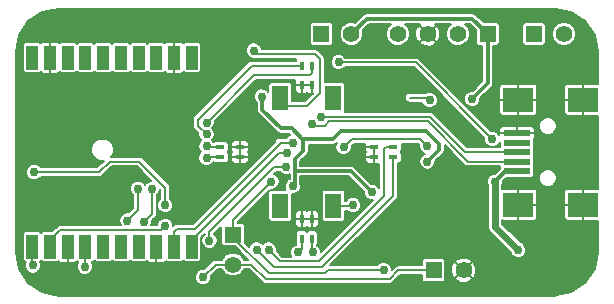
<source format=gtl>
G04 (created by PCBNEW (2013-mar-13)-testing) date Mon 25 May 2015 11:56:23 PM EDT*
%MOIN*%
G04 Gerber Fmt 3.4, Leading zero omitted, Abs format*
%FSLAX34Y34*%
G01*
G70*
G90*
G04 APERTURE LIST*
%ADD10C,0.005906*%
%ADD11R,0.055000X0.055000*%
%ADD12C,0.055000*%
%ADD13R,0.090600X0.019700*%
%ADD14R,0.098400X0.078700*%
%ADD15R,0.015748X0.031496*%
%ADD16R,0.031496X0.015748*%
%ADD17R,0.055118X0.082677*%
%ADD18R,0.039370X0.078740*%
%ADD19C,0.030000*%
%ADD20C,0.008000*%
%ADD21C,0.024000*%
%ADD22C,0.012000*%
%ADD23C,0.006000*%
%ADD24C,0.007992*%
G04 APERTURE END LIST*
G54D10*
G54D11*
X44972Y-44291D03*
G54D12*
X45972Y-44291D03*
G54D13*
X44409Y-48858D03*
X44409Y-48543D03*
X44409Y-48228D03*
X44409Y-47913D03*
X44409Y-47598D03*
G54D14*
X44448Y-49980D03*
X46613Y-49980D03*
X44448Y-46476D03*
X46613Y-46476D03*
G54D11*
X41625Y-52165D03*
G54D12*
X42625Y-52165D03*
G54D15*
X37232Y-45344D03*
X37232Y-45994D03*
X37570Y-45994D03*
X37570Y-45344D03*
G54D16*
X34517Y-48397D03*
X35167Y-48397D03*
X35167Y-48059D03*
X34517Y-48059D03*
G54D15*
X37570Y-51112D03*
X37570Y-50462D03*
X37232Y-50462D03*
X37232Y-51112D03*
G54D16*
X40285Y-48059D03*
X39635Y-48059D03*
X39635Y-48397D03*
X40285Y-48397D03*
G54D11*
X37885Y-44291D03*
G54D12*
X38885Y-44291D03*
G54D11*
X43429Y-44291D03*
G54D12*
X42429Y-44291D03*
X41429Y-44291D03*
X40429Y-44291D03*
G54D11*
X34940Y-50976D03*
G54D12*
X34940Y-51976D03*
G54D17*
X38287Y-46437D03*
X38287Y-50019D03*
X36515Y-46437D03*
X36515Y-50019D03*
G54D18*
X33562Y-45078D03*
X32972Y-45078D03*
X32381Y-45078D03*
X31791Y-45078D03*
X31200Y-45078D03*
X30610Y-45078D03*
X30019Y-45078D03*
X29429Y-45078D03*
X28838Y-45078D03*
X28248Y-45078D03*
X28248Y-51377D03*
X28838Y-51377D03*
X29429Y-51377D03*
X30019Y-51377D03*
X30610Y-51377D03*
X31200Y-51377D03*
X31791Y-51377D03*
X32381Y-51377D03*
X32972Y-51377D03*
X33562Y-51377D03*
G54D19*
X41496Y-46496D03*
X44448Y-51496D03*
X43661Y-49212D03*
X38464Y-45236D03*
X43582Y-47795D03*
X33937Y-52401D03*
X30000Y-52047D03*
X38937Y-50000D03*
X36732Y-48267D03*
X36929Y-47913D03*
X36220Y-49212D03*
X39960Y-52165D03*
X32677Y-50688D03*
X36712Y-48720D03*
X34153Y-51181D03*
X31417Y-50511D03*
X31771Y-49448D03*
X32244Y-49448D03*
X31968Y-50551D03*
X41417Y-48031D03*
X38622Y-48070D03*
X37559Y-47283D03*
X37874Y-47047D03*
X42480Y-49645D03*
X29448Y-52047D03*
X29448Y-52716D03*
X34566Y-44566D03*
X33070Y-48188D03*
X45866Y-45748D03*
X28858Y-45787D03*
X37834Y-49330D03*
X37677Y-48385D03*
X35472Y-46220D03*
X39330Y-51299D03*
X40393Y-51299D03*
X29606Y-49251D03*
X30905Y-48858D03*
X34055Y-48031D03*
X34055Y-48425D03*
X34055Y-47637D03*
X34055Y-47244D03*
X37598Y-51574D03*
X37106Y-51574D03*
X36122Y-51476D03*
X35728Y-51476D03*
X35629Y-44842D03*
X42913Y-46456D03*
X41417Y-48543D03*
X39566Y-49566D03*
X35905Y-46377D03*
X36929Y-49370D03*
X32677Y-50000D03*
X28307Y-48897D03*
X28267Y-52007D03*
G54D20*
X40826Y-46417D02*
X41417Y-46417D01*
X41417Y-46417D02*
X41496Y-46496D01*
G54D21*
X43661Y-50708D02*
X43661Y-49212D01*
X44448Y-51496D02*
X43661Y-50708D01*
G54D20*
X38464Y-45236D02*
X41023Y-45236D01*
X41023Y-45236D02*
X43582Y-47795D01*
G54D22*
X44015Y-48858D02*
X43661Y-49212D01*
X44409Y-48858D02*
X44015Y-48858D01*
G54D20*
X34940Y-51976D02*
X34362Y-51976D01*
X34362Y-51976D02*
X33937Y-52401D01*
X30000Y-51397D02*
X30019Y-51377D01*
X30000Y-52047D02*
X30000Y-51397D01*
X38287Y-50019D02*
X38917Y-50019D01*
X38917Y-50019D02*
X38937Y-50000D01*
X34940Y-51976D02*
X35539Y-51976D01*
X35539Y-51976D02*
X36023Y-52460D01*
X36023Y-52460D02*
X40157Y-52460D01*
X40157Y-52460D02*
X40452Y-52165D01*
X40452Y-52165D02*
X41625Y-52165D01*
X33562Y-51161D02*
X33562Y-51377D01*
X36456Y-48267D02*
X33562Y-51161D01*
X36732Y-48267D02*
X36456Y-48267D01*
X33562Y-51377D02*
X33562Y-51181D01*
X33661Y-50787D02*
X33070Y-50787D01*
X36496Y-47952D02*
X33661Y-50787D01*
X36496Y-47913D02*
X36496Y-47952D01*
X36929Y-47913D02*
X36496Y-47913D01*
X32972Y-51377D02*
X32972Y-50885D01*
X32972Y-50885D02*
X33070Y-50787D01*
X35334Y-50098D02*
X34940Y-50492D01*
X35334Y-50098D02*
X36220Y-49212D01*
X34940Y-50492D02*
X34940Y-50976D01*
X34940Y-50976D02*
X34940Y-51082D01*
X34940Y-51082D02*
X36122Y-52263D01*
X36122Y-52263D02*
X37992Y-52263D01*
X37992Y-52263D02*
X38090Y-52165D01*
X38090Y-52165D02*
X39960Y-52165D01*
X32677Y-50688D02*
X32539Y-50826D01*
X36712Y-48720D02*
X36318Y-48720D01*
X34153Y-50885D02*
X34153Y-51181D01*
X36318Y-48720D02*
X34153Y-50885D01*
X28838Y-51161D02*
X28838Y-51377D01*
X29173Y-50826D02*
X28838Y-51161D01*
X32539Y-50826D02*
X29173Y-50826D01*
X31417Y-50511D02*
X31771Y-50157D01*
X31771Y-49448D02*
X31771Y-50157D01*
X32244Y-50275D02*
X32244Y-49448D01*
X31968Y-50551D02*
X32244Y-50275D01*
X41181Y-47795D02*
X41417Y-48031D01*
X38897Y-47795D02*
X41181Y-47795D01*
X38622Y-48070D02*
X38897Y-47795D01*
X44409Y-48543D02*
X42765Y-48543D01*
X37637Y-47362D02*
X37559Y-47283D01*
X37992Y-47362D02*
X37637Y-47362D01*
X38147Y-47207D02*
X37992Y-47362D01*
X41429Y-47207D02*
X38147Y-47207D01*
X42765Y-48543D02*
X41429Y-47207D01*
X44409Y-48228D02*
X42677Y-48228D01*
X41496Y-47047D02*
X37874Y-47047D01*
X42677Y-48228D02*
X41496Y-47047D01*
X29448Y-52716D02*
X29448Y-52047D01*
X29429Y-52027D02*
X29448Y-52047D01*
X29429Y-52027D02*
X29429Y-51377D01*
G54D23*
X28838Y-45078D02*
X28838Y-45767D01*
X28838Y-45767D02*
X28858Y-45787D01*
G54D20*
X34082Y-48059D02*
X34517Y-48059D01*
X34055Y-48031D02*
X34082Y-48059D01*
X34082Y-48397D02*
X34517Y-48397D01*
X34055Y-48425D02*
X34082Y-48397D01*
X37232Y-45344D02*
X35561Y-45344D01*
X33759Y-47342D02*
X34055Y-47637D01*
X33759Y-47145D02*
X33759Y-47342D01*
X35561Y-45344D02*
X33759Y-47145D01*
X37570Y-45598D02*
X37570Y-45344D01*
X37500Y-45669D02*
X37570Y-45598D01*
X35629Y-45669D02*
X37500Y-45669D01*
X34055Y-47244D02*
X35629Y-45669D01*
X37570Y-51547D02*
X37570Y-51112D01*
X37598Y-51574D02*
X37570Y-51547D01*
X37232Y-51112D02*
X37232Y-51448D01*
X37232Y-51448D02*
X37106Y-51574D01*
X40285Y-48059D02*
X40031Y-48059D01*
X36122Y-51476D02*
X36515Y-51870D01*
X36515Y-51870D02*
X37795Y-51870D01*
X37795Y-51870D02*
X39960Y-49704D01*
X39960Y-48129D02*
X39960Y-49704D01*
X40031Y-48059D02*
X39960Y-48129D01*
X40285Y-48397D02*
X40285Y-49675D01*
X36318Y-52066D02*
X35728Y-51476D01*
X37893Y-52066D02*
X36318Y-52066D01*
X40285Y-49675D02*
X37893Y-52066D01*
X36515Y-46437D02*
X36771Y-46692D01*
X35748Y-44960D02*
X35629Y-44842D01*
X37677Y-44960D02*
X35748Y-44960D01*
X37834Y-45118D02*
X37677Y-44960D01*
X37834Y-46259D02*
X37834Y-45118D01*
X37401Y-46692D02*
X37834Y-46259D01*
X36771Y-46692D02*
X37401Y-46692D01*
G54D22*
X43429Y-44291D02*
X43429Y-45940D01*
X43429Y-45940D02*
X42913Y-46456D01*
X37244Y-47795D02*
X38267Y-47795D01*
X38267Y-47795D02*
X38543Y-47519D01*
X38543Y-47519D02*
X41377Y-47519D01*
X41377Y-47519D02*
X41811Y-47952D01*
X41811Y-47952D02*
X41811Y-48149D01*
X41811Y-48149D02*
X41417Y-48543D01*
X39566Y-49566D02*
X38858Y-48858D01*
X38858Y-48858D02*
X37007Y-48858D01*
X35905Y-46377D02*
X35905Y-46811D01*
X35905Y-46811D02*
X36535Y-47440D01*
X36535Y-47440D02*
X36889Y-47440D01*
X36889Y-47440D02*
X37244Y-47795D01*
X37244Y-47795D02*
X37283Y-47834D01*
X37283Y-47834D02*
X37283Y-48188D01*
X37283Y-48188D02*
X37007Y-48464D01*
X37007Y-48464D02*
X37007Y-48858D01*
X37007Y-49291D02*
X36929Y-49370D01*
X37007Y-48858D02*
X37007Y-49291D01*
G54D20*
X30472Y-48897D02*
X28307Y-48897D01*
X30472Y-48897D02*
X30826Y-48543D01*
X30826Y-48543D02*
X31811Y-48543D01*
X31811Y-48543D02*
X32677Y-49409D01*
X32677Y-50000D02*
X32677Y-49409D01*
X28248Y-51377D02*
X28248Y-51988D01*
X28248Y-51988D02*
X28267Y-52007D01*
G54D22*
X38885Y-44291D02*
X39397Y-43779D01*
X42917Y-43779D02*
X43429Y-44291D01*
X39397Y-43779D02*
X42917Y-43779D01*
G54D10*
G36*
X39602Y-49836D02*
X39207Y-50232D01*
X39207Y-49946D01*
X39166Y-49847D01*
X39090Y-49771D01*
X38990Y-49730D01*
X38883Y-49729D01*
X38784Y-49771D01*
X38708Y-49846D01*
X38702Y-49859D01*
X38682Y-49859D01*
X38682Y-49582D01*
X38664Y-49538D01*
X38630Y-49504D01*
X38586Y-49486D01*
X38539Y-49486D01*
X37987Y-49486D01*
X37943Y-49504D01*
X37910Y-49538D01*
X37891Y-49582D01*
X37891Y-49630D01*
X37891Y-50456D01*
X37910Y-50501D01*
X37943Y-50534D01*
X37987Y-50553D01*
X38035Y-50553D01*
X38586Y-50553D01*
X38630Y-50534D01*
X38664Y-50501D01*
X38682Y-50456D01*
X38682Y-50409D01*
X38682Y-50179D01*
X38734Y-50179D01*
X38783Y-50228D01*
X38883Y-50269D01*
X38990Y-50270D01*
X39089Y-50228D01*
X39165Y-50153D01*
X39206Y-50053D01*
X39207Y-49946D01*
X39207Y-50232D01*
X37868Y-51570D01*
X37868Y-51521D01*
X37827Y-51422D01*
X37789Y-51384D01*
X37789Y-50647D01*
X37789Y-50497D01*
X37789Y-50427D01*
X37789Y-50277D01*
X37768Y-50225D01*
X37728Y-50186D01*
X37677Y-50165D01*
X37621Y-50165D01*
X37606Y-50165D01*
X37571Y-50200D01*
X37571Y-50462D01*
X37754Y-50462D01*
X37789Y-50427D01*
X37789Y-50497D01*
X37754Y-50462D01*
X37571Y-50462D01*
X37571Y-50725D01*
X37606Y-50760D01*
X37621Y-50760D01*
X37677Y-50760D01*
X37728Y-50738D01*
X37768Y-50699D01*
X37789Y-50647D01*
X37789Y-51384D01*
X37751Y-51346D01*
X37745Y-51343D01*
X37751Y-51337D01*
X37769Y-51293D01*
X37769Y-51245D01*
X37769Y-50930D01*
X37751Y-50886D01*
X37717Y-50853D01*
X37673Y-50834D01*
X37625Y-50834D01*
X37570Y-50834D01*
X37570Y-50725D01*
X37570Y-50462D01*
X37570Y-50462D01*
X37570Y-50200D01*
X37535Y-50165D01*
X37519Y-50165D01*
X37464Y-50165D01*
X37412Y-50186D01*
X37401Y-50197D01*
X37390Y-50186D01*
X37338Y-50165D01*
X37283Y-50165D01*
X37267Y-50165D01*
X37232Y-50200D01*
X37232Y-50462D01*
X37387Y-50462D01*
X37415Y-50462D01*
X37570Y-50462D01*
X37570Y-50462D01*
X37415Y-50462D01*
X37387Y-50462D01*
X37232Y-50462D01*
X37232Y-50725D01*
X37267Y-50760D01*
X37283Y-50760D01*
X37338Y-50760D01*
X37390Y-50738D01*
X37401Y-50727D01*
X37412Y-50738D01*
X37464Y-50760D01*
X37519Y-50760D01*
X37535Y-50760D01*
X37570Y-50725D01*
X37570Y-50834D01*
X37468Y-50834D01*
X37424Y-50853D01*
X37401Y-50875D01*
X37378Y-50853D01*
X37334Y-50834D01*
X37287Y-50834D01*
X37232Y-50834D01*
X37232Y-50725D01*
X37232Y-50462D01*
X37232Y-50462D01*
X37232Y-50200D01*
X37197Y-50165D01*
X37181Y-50165D01*
X37125Y-50165D01*
X37074Y-50186D01*
X37034Y-50225D01*
X37013Y-50277D01*
X37013Y-50427D01*
X37048Y-50462D01*
X37232Y-50462D01*
X37232Y-50462D01*
X37048Y-50462D01*
X37013Y-50497D01*
X37013Y-50647D01*
X37034Y-50699D01*
X37074Y-50738D01*
X37125Y-50760D01*
X37181Y-50760D01*
X37197Y-50760D01*
X37232Y-50725D01*
X37232Y-50834D01*
X37129Y-50834D01*
X37085Y-50853D01*
X37051Y-50886D01*
X37033Y-50930D01*
X37033Y-50978D01*
X37033Y-51293D01*
X37040Y-51309D01*
X36953Y-51345D01*
X36877Y-51421D01*
X36836Y-51520D01*
X36836Y-51628D01*
X36870Y-51710D01*
X36582Y-51710D01*
X36391Y-51520D01*
X36392Y-51422D01*
X36351Y-51323D01*
X36275Y-51247D01*
X36175Y-51206D01*
X36068Y-51206D01*
X35969Y-51247D01*
X35925Y-51291D01*
X35881Y-51247D01*
X35782Y-51206D01*
X35674Y-51206D01*
X35575Y-51247D01*
X35499Y-51323D01*
X35472Y-51388D01*
X35335Y-51251D01*
X35335Y-51227D01*
X35335Y-50677D01*
X35317Y-50633D01*
X35283Y-50599D01*
X35239Y-50581D01*
X35192Y-50581D01*
X35100Y-50581D01*
X35100Y-50558D01*
X35447Y-50211D01*
X35447Y-50211D01*
X35447Y-50211D01*
X36176Y-49482D01*
X36273Y-49482D01*
X36373Y-49441D01*
X36449Y-49365D01*
X36490Y-49266D01*
X36490Y-49159D01*
X36449Y-49059D01*
X36373Y-48983D01*
X36308Y-48956D01*
X36385Y-48880D01*
X36490Y-48880D01*
X36559Y-48949D01*
X36658Y-48990D01*
X36766Y-48990D01*
X36827Y-48964D01*
X36827Y-49119D01*
X36776Y-49141D01*
X36700Y-49216D01*
X36659Y-49316D01*
X36659Y-49423D01*
X36685Y-49486D01*
X36216Y-49486D01*
X36172Y-49504D01*
X36138Y-49538D01*
X36120Y-49582D01*
X36120Y-49630D01*
X36120Y-50456D01*
X36138Y-50501D01*
X36172Y-50534D01*
X36216Y-50553D01*
X36264Y-50553D01*
X36815Y-50553D01*
X36859Y-50534D01*
X36893Y-50501D01*
X36911Y-50456D01*
X36911Y-50409D01*
X36911Y-49640D01*
X36982Y-49640D01*
X37081Y-49599D01*
X37157Y-49523D01*
X37199Y-49424D01*
X37199Y-49316D01*
X37187Y-49289D01*
X37187Y-49038D01*
X38783Y-49038D01*
X39296Y-49551D01*
X39296Y-49620D01*
X39337Y-49719D01*
X39413Y-49795D01*
X39512Y-49836D01*
X39602Y-49836D01*
X39602Y-49836D01*
G37*
G54D24*
X39602Y-49836D02*
X39207Y-50232D01*
X39207Y-49946D01*
X39166Y-49847D01*
X39090Y-49771D01*
X38990Y-49730D01*
X38883Y-49729D01*
X38784Y-49771D01*
X38708Y-49846D01*
X38702Y-49859D01*
X38682Y-49859D01*
X38682Y-49582D01*
X38664Y-49538D01*
X38630Y-49504D01*
X38586Y-49486D01*
X38539Y-49486D01*
X37987Y-49486D01*
X37943Y-49504D01*
X37910Y-49538D01*
X37891Y-49582D01*
X37891Y-49630D01*
X37891Y-50456D01*
X37910Y-50501D01*
X37943Y-50534D01*
X37987Y-50553D01*
X38035Y-50553D01*
X38586Y-50553D01*
X38630Y-50534D01*
X38664Y-50501D01*
X38682Y-50456D01*
X38682Y-50409D01*
X38682Y-50179D01*
X38734Y-50179D01*
X38783Y-50228D01*
X38883Y-50269D01*
X38990Y-50270D01*
X39089Y-50228D01*
X39165Y-50153D01*
X39206Y-50053D01*
X39207Y-49946D01*
X39207Y-50232D01*
X37868Y-51570D01*
X37868Y-51521D01*
X37827Y-51422D01*
X37789Y-51384D01*
X37789Y-50647D01*
X37789Y-50497D01*
X37789Y-50427D01*
X37789Y-50277D01*
X37768Y-50225D01*
X37728Y-50186D01*
X37677Y-50165D01*
X37621Y-50165D01*
X37606Y-50165D01*
X37571Y-50200D01*
X37571Y-50462D01*
X37754Y-50462D01*
X37789Y-50427D01*
X37789Y-50497D01*
X37754Y-50462D01*
X37571Y-50462D01*
X37571Y-50725D01*
X37606Y-50760D01*
X37621Y-50760D01*
X37677Y-50760D01*
X37728Y-50738D01*
X37768Y-50699D01*
X37789Y-50647D01*
X37789Y-51384D01*
X37751Y-51346D01*
X37745Y-51343D01*
X37751Y-51337D01*
X37769Y-51293D01*
X37769Y-51245D01*
X37769Y-50930D01*
X37751Y-50886D01*
X37717Y-50853D01*
X37673Y-50834D01*
X37625Y-50834D01*
X37570Y-50834D01*
X37570Y-50725D01*
X37570Y-50462D01*
X37570Y-50462D01*
X37570Y-50200D01*
X37535Y-50165D01*
X37519Y-50165D01*
X37464Y-50165D01*
X37412Y-50186D01*
X37401Y-50197D01*
X37390Y-50186D01*
X37338Y-50165D01*
X37283Y-50165D01*
X37267Y-50165D01*
X37232Y-50200D01*
X37232Y-50462D01*
X37387Y-50462D01*
X37415Y-50462D01*
X37570Y-50462D01*
X37570Y-50462D01*
X37415Y-50462D01*
X37387Y-50462D01*
X37232Y-50462D01*
X37232Y-50725D01*
X37267Y-50760D01*
X37283Y-50760D01*
X37338Y-50760D01*
X37390Y-50738D01*
X37401Y-50727D01*
X37412Y-50738D01*
X37464Y-50760D01*
X37519Y-50760D01*
X37535Y-50760D01*
X37570Y-50725D01*
X37570Y-50834D01*
X37468Y-50834D01*
X37424Y-50853D01*
X37401Y-50875D01*
X37378Y-50853D01*
X37334Y-50834D01*
X37287Y-50834D01*
X37232Y-50834D01*
X37232Y-50725D01*
X37232Y-50462D01*
X37232Y-50462D01*
X37232Y-50200D01*
X37197Y-50165D01*
X37181Y-50165D01*
X37125Y-50165D01*
X37074Y-50186D01*
X37034Y-50225D01*
X37013Y-50277D01*
X37013Y-50427D01*
X37048Y-50462D01*
X37232Y-50462D01*
X37232Y-50462D01*
X37048Y-50462D01*
X37013Y-50497D01*
X37013Y-50647D01*
X37034Y-50699D01*
X37074Y-50738D01*
X37125Y-50760D01*
X37181Y-50760D01*
X37197Y-50760D01*
X37232Y-50725D01*
X37232Y-50834D01*
X37129Y-50834D01*
X37085Y-50853D01*
X37051Y-50886D01*
X37033Y-50930D01*
X37033Y-50978D01*
X37033Y-51293D01*
X37040Y-51309D01*
X36953Y-51345D01*
X36877Y-51421D01*
X36836Y-51520D01*
X36836Y-51628D01*
X36870Y-51710D01*
X36582Y-51710D01*
X36391Y-51520D01*
X36392Y-51422D01*
X36351Y-51323D01*
X36275Y-51247D01*
X36175Y-51206D01*
X36068Y-51206D01*
X35969Y-51247D01*
X35925Y-51291D01*
X35881Y-51247D01*
X35782Y-51206D01*
X35674Y-51206D01*
X35575Y-51247D01*
X35499Y-51323D01*
X35472Y-51388D01*
X35335Y-51251D01*
X35335Y-51227D01*
X35335Y-50677D01*
X35317Y-50633D01*
X35283Y-50599D01*
X35239Y-50581D01*
X35192Y-50581D01*
X35100Y-50581D01*
X35100Y-50558D01*
X35447Y-50211D01*
X35447Y-50211D01*
X35447Y-50211D01*
X36176Y-49482D01*
X36273Y-49482D01*
X36373Y-49441D01*
X36449Y-49365D01*
X36490Y-49266D01*
X36490Y-49159D01*
X36449Y-49059D01*
X36373Y-48983D01*
X36308Y-48956D01*
X36385Y-48880D01*
X36490Y-48880D01*
X36559Y-48949D01*
X36658Y-48990D01*
X36766Y-48990D01*
X36827Y-48964D01*
X36827Y-49119D01*
X36776Y-49141D01*
X36700Y-49216D01*
X36659Y-49316D01*
X36659Y-49423D01*
X36685Y-49486D01*
X36216Y-49486D01*
X36172Y-49504D01*
X36138Y-49538D01*
X36120Y-49582D01*
X36120Y-49630D01*
X36120Y-50456D01*
X36138Y-50501D01*
X36172Y-50534D01*
X36216Y-50553D01*
X36264Y-50553D01*
X36815Y-50553D01*
X36859Y-50534D01*
X36893Y-50501D01*
X36911Y-50456D01*
X36911Y-50409D01*
X36911Y-49640D01*
X36982Y-49640D01*
X37081Y-49599D01*
X37157Y-49523D01*
X37199Y-49424D01*
X37199Y-49316D01*
X37187Y-49289D01*
X37187Y-49038D01*
X38783Y-49038D01*
X39296Y-49551D01*
X39296Y-49620D01*
X39337Y-49719D01*
X39413Y-49795D01*
X39512Y-49836D01*
X39602Y-49836D01*
G54D10*
G36*
X39800Y-49425D02*
X39795Y-49414D01*
X39720Y-49338D01*
X39635Y-49303D01*
X39635Y-48581D01*
X39635Y-48397D01*
X39635Y-48397D01*
X39635Y-48242D01*
X39635Y-48213D01*
X39635Y-48059D01*
X39373Y-48059D01*
X39338Y-48094D01*
X39338Y-48109D01*
X39338Y-48165D01*
X39359Y-48217D01*
X39370Y-48228D01*
X39359Y-48239D01*
X39338Y-48291D01*
X39338Y-48346D01*
X39338Y-48362D01*
X39373Y-48397D01*
X39635Y-48397D01*
X39635Y-48397D01*
X39373Y-48397D01*
X39338Y-48432D01*
X39338Y-48448D01*
X39338Y-48504D01*
X39359Y-48555D01*
X39399Y-48595D01*
X39450Y-48616D01*
X39600Y-48616D01*
X39635Y-48581D01*
X39635Y-49303D01*
X39620Y-49297D01*
X39551Y-49296D01*
X38985Y-48731D01*
X38927Y-48692D01*
X38915Y-48689D01*
X38858Y-48678D01*
X38858Y-48678D01*
X37187Y-48678D01*
X37187Y-48539D01*
X37410Y-48316D01*
X37410Y-48316D01*
X37410Y-48316D01*
X37449Y-48257D01*
X37449Y-48257D01*
X37463Y-48188D01*
X37463Y-47975D01*
X38267Y-47975D01*
X38267Y-47975D01*
X38267Y-47975D01*
X38325Y-47963D01*
X38336Y-47961D01*
X38336Y-47961D01*
X38389Y-47925D01*
X38352Y-48016D01*
X38352Y-48124D01*
X38393Y-48223D01*
X38468Y-48299D01*
X38568Y-48340D01*
X38675Y-48340D01*
X38774Y-48299D01*
X38850Y-48223D01*
X38891Y-48124D01*
X38892Y-48027D01*
X38963Y-47955D01*
X39338Y-47955D01*
X39338Y-48008D01*
X39338Y-48023D01*
X39373Y-48058D01*
X39635Y-48058D01*
X39635Y-48050D01*
X39636Y-48050D01*
X39636Y-48058D01*
X39643Y-48058D01*
X39643Y-48059D01*
X39636Y-48059D01*
X39636Y-48213D01*
X39636Y-48242D01*
X39636Y-48397D01*
X39643Y-48397D01*
X39643Y-48397D01*
X39636Y-48397D01*
X39636Y-48581D01*
X39671Y-48616D01*
X39800Y-48616D01*
X39800Y-49425D01*
X39800Y-49425D01*
G37*
G54D24*
X39800Y-49425D02*
X39795Y-49414D01*
X39720Y-49338D01*
X39635Y-49303D01*
X39635Y-48581D01*
X39635Y-48397D01*
X39635Y-48397D01*
X39635Y-48242D01*
X39635Y-48213D01*
X39635Y-48059D01*
X39373Y-48059D01*
X39338Y-48094D01*
X39338Y-48109D01*
X39338Y-48165D01*
X39359Y-48217D01*
X39370Y-48228D01*
X39359Y-48239D01*
X39338Y-48291D01*
X39338Y-48346D01*
X39338Y-48362D01*
X39373Y-48397D01*
X39635Y-48397D01*
X39635Y-48397D01*
X39373Y-48397D01*
X39338Y-48432D01*
X39338Y-48448D01*
X39338Y-48504D01*
X39359Y-48555D01*
X39399Y-48595D01*
X39450Y-48616D01*
X39600Y-48616D01*
X39635Y-48581D01*
X39635Y-49303D01*
X39620Y-49297D01*
X39551Y-49296D01*
X38985Y-48731D01*
X38927Y-48692D01*
X38915Y-48689D01*
X38858Y-48678D01*
X38858Y-48678D01*
X37187Y-48678D01*
X37187Y-48539D01*
X37410Y-48316D01*
X37410Y-48316D01*
X37410Y-48316D01*
X37449Y-48257D01*
X37449Y-48257D01*
X37463Y-48188D01*
X37463Y-47975D01*
X38267Y-47975D01*
X38267Y-47975D01*
X38267Y-47975D01*
X38325Y-47963D01*
X38336Y-47961D01*
X38336Y-47961D01*
X38389Y-47925D01*
X38352Y-48016D01*
X38352Y-48124D01*
X38393Y-48223D01*
X38468Y-48299D01*
X38568Y-48340D01*
X38675Y-48340D01*
X38774Y-48299D01*
X38850Y-48223D01*
X38891Y-48124D01*
X38892Y-48027D01*
X38963Y-47955D01*
X39338Y-47955D01*
X39338Y-48008D01*
X39338Y-48023D01*
X39373Y-48058D01*
X39635Y-48058D01*
X39635Y-48050D01*
X39636Y-48050D01*
X39636Y-48058D01*
X39643Y-48058D01*
X39643Y-48059D01*
X39636Y-48059D01*
X39636Y-48213D01*
X39636Y-48242D01*
X39636Y-48397D01*
X39643Y-48397D01*
X39643Y-48397D01*
X39636Y-48397D01*
X39636Y-48581D01*
X39671Y-48616D01*
X39800Y-48616D01*
X39800Y-49425D01*
G54D10*
G36*
X47104Y-51561D02*
X46992Y-52122D01*
X46682Y-52587D01*
X46613Y-52633D01*
X46613Y-50478D01*
X46613Y-49980D01*
X46613Y-49980D01*
X46613Y-49481D01*
X46613Y-46974D01*
X46613Y-46476D01*
X46613Y-46476D01*
X46613Y-45977D01*
X46578Y-45942D01*
X46367Y-45942D01*
X46367Y-44213D01*
X46307Y-44067D01*
X46196Y-43956D01*
X46051Y-43896D01*
X45894Y-43896D01*
X45749Y-43956D01*
X45637Y-44067D01*
X45577Y-44212D01*
X45577Y-44369D01*
X45637Y-44514D01*
X45748Y-44625D01*
X45893Y-44686D01*
X46050Y-44686D01*
X46195Y-44626D01*
X46307Y-44515D01*
X46367Y-44370D01*
X46367Y-44213D01*
X46367Y-45942D01*
X46093Y-45942D01*
X46042Y-45964D01*
X46003Y-46003D01*
X45981Y-46055D01*
X45981Y-46110D01*
X45981Y-46441D01*
X46016Y-46476D01*
X46613Y-46476D01*
X46613Y-46476D01*
X46016Y-46476D01*
X45981Y-46511D01*
X45981Y-46842D01*
X45981Y-46897D01*
X46003Y-46949D01*
X46042Y-46988D01*
X46093Y-47009D01*
X46578Y-47009D01*
X46613Y-46974D01*
X46613Y-49481D01*
X46578Y-49446D01*
X46093Y-49446D01*
X46042Y-49468D01*
X46003Y-49507D01*
X45981Y-49559D01*
X45981Y-49614D01*
X45981Y-49945D01*
X46016Y-49980D01*
X46613Y-49980D01*
X46613Y-49980D01*
X46016Y-49980D01*
X45981Y-50015D01*
X45981Y-50346D01*
X45981Y-50401D01*
X46003Y-50453D01*
X46042Y-50492D01*
X46093Y-50513D01*
X46578Y-50513D01*
X46613Y-50478D01*
X46613Y-52633D01*
X46217Y-52898D01*
X45729Y-52995D01*
X45729Y-49035D01*
X45729Y-47303D01*
X45684Y-47194D01*
X45601Y-47110D01*
X45492Y-47065D01*
X45373Y-47065D01*
X45367Y-47068D01*
X45367Y-44590D01*
X45367Y-44542D01*
X45367Y-43992D01*
X45349Y-43948D01*
X45315Y-43914D01*
X45271Y-43896D01*
X45223Y-43896D01*
X44673Y-43896D01*
X44629Y-43914D01*
X44595Y-43948D01*
X44577Y-43992D01*
X44577Y-44040D01*
X44577Y-44590D01*
X44595Y-44634D01*
X44629Y-44668D01*
X44673Y-44686D01*
X44721Y-44686D01*
X45271Y-44686D01*
X45315Y-44668D01*
X45349Y-44634D01*
X45367Y-44590D01*
X45367Y-47068D01*
X45264Y-47110D01*
X45181Y-47193D01*
X45135Y-47303D01*
X45135Y-47421D01*
X45180Y-47530D01*
X45264Y-47613D01*
X45373Y-47659D01*
X45491Y-47659D01*
X45600Y-47614D01*
X45684Y-47530D01*
X45729Y-47421D01*
X45729Y-47303D01*
X45729Y-49035D01*
X45684Y-48926D01*
X45601Y-48842D01*
X45492Y-48797D01*
X45373Y-48797D01*
X45264Y-48842D01*
X45181Y-48925D01*
X45135Y-49035D01*
X45135Y-49153D01*
X45180Y-49262D01*
X45264Y-49345D01*
X45373Y-49391D01*
X45491Y-49391D01*
X45600Y-49346D01*
X45684Y-49262D01*
X45729Y-49153D01*
X45729Y-49035D01*
X45729Y-52995D01*
X45655Y-53010D01*
X45080Y-53010D01*
X45080Y-50401D01*
X45080Y-50346D01*
X45080Y-50015D01*
X45080Y-49945D01*
X45080Y-49614D01*
X45080Y-49559D01*
X45080Y-46897D01*
X45080Y-46842D01*
X45080Y-46511D01*
X45080Y-46441D01*
X45080Y-46110D01*
X45080Y-46055D01*
X45059Y-46003D01*
X45019Y-45964D01*
X44968Y-45942D01*
X44483Y-45942D01*
X44448Y-45977D01*
X44448Y-46476D01*
X45045Y-46476D01*
X45080Y-46441D01*
X45080Y-46511D01*
X45045Y-46476D01*
X44448Y-46476D01*
X44448Y-46974D01*
X44483Y-47009D01*
X44968Y-47009D01*
X45019Y-46988D01*
X45059Y-46949D01*
X45080Y-46897D01*
X45080Y-49559D01*
X45059Y-49507D01*
X45019Y-49468D01*
X45002Y-49461D01*
X45002Y-47724D01*
X45002Y-47669D01*
X45002Y-47633D01*
X45002Y-47563D01*
X45002Y-47527D01*
X45002Y-47472D01*
X44981Y-47420D01*
X44941Y-47381D01*
X44890Y-47359D01*
X44448Y-47359D01*
X44448Y-46974D01*
X44448Y-46476D01*
X44448Y-46476D01*
X44448Y-45977D01*
X44413Y-45942D01*
X43928Y-45942D01*
X43877Y-45964D01*
X43838Y-46003D01*
X43824Y-46037D01*
X43824Y-44590D01*
X43824Y-44542D01*
X43824Y-43992D01*
X43805Y-43948D01*
X43772Y-43914D01*
X43727Y-43896D01*
X43680Y-43896D01*
X43288Y-43896D01*
X43044Y-43652D01*
X42986Y-43613D01*
X42974Y-43610D01*
X42917Y-43599D01*
X42917Y-43599D01*
X39397Y-43599D01*
X39397Y-43599D01*
X39328Y-43613D01*
X39309Y-43626D01*
X39270Y-43652D01*
X39270Y-43652D01*
X39008Y-43914D01*
X38964Y-43896D01*
X38807Y-43896D01*
X38662Y-43956D01*
X38551Y-44067D01*
X38490Y-44212D01*
X38490Y-44369D01*
X38550Y-44514D01*
X38661Y-44625D01*
X38806Y-44686D01*
X38964Y-44686D01*
X39109Y-44626D01*
X39220Y-44515D01*
X39280Y-44370D01*
X39280Y-44213D01*
X39262Y-44169D01*
X39472Y-43959D01*
X40202Y-43959D01*
X40094Y-44067D01*
X40034Y-44212D01*
X40034Y-44369D01*
X40094Y-44514D01*
X40205Y-44625D01*
X40350Y-44686D01*
X40507Y-44686D01*
X40652Y-44626D01*
X40763Y-44515D01*
X40824Y-44370D01*
X40824Y-44213D01*
X40764Y-44067D01*
X40655Y-43959D01*
X41176Y-43959D01*
X41154Y-44016D01*
X41429Y-44291D01*
X41703Y-44016D01*
X41681Y-43959D01*
X42202Y-43959D01*
X42094Y-44067D01*
X42034Y-44212D01*
X42034Y-44369D01*
X42094Y-44514D01*
X42205Y-44625D01*
X42350Y-44686D01*
X42507Y-44686D01*
X42652Y-44626D01*
X42763Y-44515D01*
X42824Y-44370D01*
X42824Y-44213D01*
X42764Y-44067D01*
X42655Y-43959D01*
X42842Y-43959D01*
X43034Y-44150D01*
X43034Y-44590D01*
X43052Y-44634D01*
X43086Y-44668D01*
X43130Y-44686D01*
X43177Y-44686D01*
X43249Y-44686D01*
X43249Y-45866D01*
X42928Y-46186D01*
X42859Y-46186D01*
X42760Y-46227D01*
X42684Y-46303D01*
X42643Y-46402D01*
X42643Y-46510D01*
X42684Y-46609D01*
X42760Y-46685D01*
X42859Y-46726D01*
X42966Y-46726D01*
X43066Y-46685D01*
X43142Y-46609D01*
X43183Y-46510D01*
X43183Y-46441D01*
X43556Y-46068D01*
X43556Y-46068D01*
X43556Y-46068D01*
X43582Y-46029D01*
X43595Y-46009D01*
X43595Y-46009D01*
X43609Y-45940D01*
X43609Y-45940D01*
X43609Y-45940D01*
X43609Y-44686D01*
X43727Y-44686D01*
X43772Y-44668D01*
X43805Y-44634D01*
X43824Y-44590D01*
X43824Y-46037D01*
X43816Y-46055D01*
X43816Y-46110D01*
X43816Y-46441D01*
X43851Y-46476D01*
X44448Y-46476D01*
X44448Y-46476D01*
X43851Y-46476D01*
X43816Y-46511D01*
X43816Y-46842D01*
X43816Y-46897D01*
X43838Y-46949D01*
X43877Y-46988D01*
X43928Y-47009D01*
X44413Y-47009D01*
X44448Y-46974D01*
X44448Y-47359D01*
X44444Y-47359D01*
X44409Y-47394D01*
X44409Y-47598D01*
X44967Y-47598D01*
X45002Y-47563D01*
X45002Y-47633D01*
X44967Y-47598D01*
X44409Y-47598D01*
X44409Y-47606D01*
X44409Y-47606D01*
X44409Y-47598D01*
X44409Y-47598D01*
X44409Y-47394D01*
X44374Y-47359D01*
X43928Y-47359D01*
X43877Y-47381D01*
X43838Y-47420D01*
X43816Y-47472D01*
X43816Y-47527D01*
X43816Y-47563D01*
X43851Y-47598D01*
X44409Y-47598D01*
X44409Y-47598D01*
X43851Y-47598D01*
X43816Y-47633D01*
X43816Y-47654D01*
X43811Y-47642D01*
X43735Y-47566D01*
X43636Y-47525D01*
X43538Y-47525D01*
X41846Y-45833D01*
X41846Y-44224D01*
X41789Y-44070D01*
X41771Y-44042D01*
X41703Y-44017D01*
X41429Y-44291D01*
X41703Y-44565D01*
X41771Y-44539D01*
X41840Y-44389D01*
X41846Y-44224D01*
X41846Y-45833D01*
X41703Y-45689D01*
X41703Y-44565D01*
X41429Y-44291D01*
X41428Y-44291D01*
X41428Y-44291D01*
X41154Y-44017D01*
X41086Y-44042D01*
X41017Y-44192D01*
X41011Y-44357D01*
X41068Y-44512D01*
X41086Y-44539D01*
X41154Y-44565D01*
X41428Y-44291D01*
X41428Y-44291D01*
X41154Y-44565D01*
X41180Y-44633D01*
X41330Y-44702D01*
X41495Y-44709D01*
X41650Y-44651D01*
X41677Y-44633D01*
X41703Y-44565D01*
X41703Y-45689D01*
X41136Y-45123D01*
X41084Y-45088D01*
X41023Y-45076D01*
X38686Y-45076D01*
X38617Y-45007D01*
X38518Y-44966D01*
X38411Y-44966D01*
X38311Y-45007D01*
X38280Y-45038D01*
X38280Y-44590D01*
X38280Y-44542D01*
X38280Y-43992D01*
X38262Y-43948D01*
X38228Y-43914D01*
X38184Y-43896D01*
X38136Y-43896D01*
X37586Y-43896D01*
X37542Y-43914D01*
X37509Y-43948D01*
X37490Y-43992D01*
X37490Y-44040D01*
X37490Y-44590D01*
X37509Y-44634D01*
X37542Y-44668D01*
X37586Y-44686D01*
X37634Y-44686D01*
X38184Y-44686D01*
X38228Y-44668D01*
X38262Y-44634D01*
X38280Y-44590D01*
X38280Y-45038D01*
X38235Y-45083D01*
X38194Y-45182D01*
X38194Y-45289D01*
X38235Y-45388D01*
X38311Y-45464D01*
X38410Y-45506D01*
X38518Y-45506D01*
X38617Y-45465D01*
X38686Y-45396D01*
X40957Y-45396D01*
X43312Y-47751D01*
X43312Y-47848D01*
X43353Y-47947D01*
X43429Y-48024D01*
X43528Y-48065D01*
X43636Y-48065D01*
X43735Y-48024D01*
X43811Y-47948D01*
X43836Y-47887D01*
X43836Y-48035D01*
X43850Y-48068D01*
X42743Y-48068D01*
X41766Y-47091D01*
X41766Y-46442D01*
X41725Y-46343D01*
X41649Y-46267D01*
X41549Y-46226D01*
X41442Y-46226D01*
X41366Y-46257D01*
X40826Y-46257D01*
X40765Y-46269D01*
X40713Y-46304D01*
X40678Y-46356D01*
X40666Y-46417D01*
X40678Y-46478D01*
X40713Y-46530D01*
X40765Y-46565D01*
X40826Y-46577D01*
X41237Y-46577D01*
X41267Y-46648D01*
X41342Y-46724D01*
X41442Y-46765D01*
X41549Y-46766D01*
X41648Y-46725D01*
X41724Y-46649D01*
X41765Y-46549D01*
X41766Y-46442D01*
X41766Y-47091D01*
X41609Y-46934D01*
X41557Y-46899D01*
X41496Y-46887D01*
X38677Y-46887D01*
X38682Y-46874D01*
X38682Y-46826D01*
X38682Y-45999D01*
X38664Y-45955D01*
X38630Y-45921D01*
X38586Y-45903D01*
X38539Y-45903D01*
X37994Y-45903D01*
X37994Y-45118D01*
X37984Y-45067D01*
X37982Y-45056D01*
X37982Y-45056D01*
X37947Y-45005D01*
X37947Y-45005D01*
X37790Y-44847D01*
X37738Y-44812D01*
X37677Y-44800D01*
X35899Y-44800D01*
X35899Y-44789D01*
X35858Y-44689D01*
X35783Y-44613D01*
X35683Y-44572D01*
X35576Y-44572D01*
X35477Y-44613D01*
X35401Y-44689D01*
X35360Y-44788D01*
X35359Y-44895D01*
X35400Y-44995D01*
X35476Y-45071D01*
X35575Y-45112D01*
X35683Y-45112D01*
X35691Y-45109D01*
X35691Y-45109D01*
X35748Y-45120D01*
X37051Y-45120D01*
X37033Y-45163D01*
X37033Y-45184D01*
X35561Y-45184D01*
X35499Y-45196D01*
X35447Y-45231D01*
X33879Y-46799D01*
X33879Y-45496D01*
X33879Y-45448D01*
X33879Y-44661D01*
X33861Y-44617D01*
X33827Y-44583D01*
X33783Y-44565D01*
X33735Y-44565D01*
X33342Y-44565D01*
X33298Y-44583D01*
X33281Y-44599D01*
X33248Y-44566D01*
X33197Y-44545D01*
X33141Y-44545D01*
X33007Y-44545D01*
X32972Y-44580D01*
X32972Y-45078D01*
X32980Y-45078D01*
X32980Y-45078D01*
X32972Y-45078D01*
X32972Y-45577D01*
X33007Y-45612D01*
X33141Y-45612D01*
X33197Y-45612D01*
X33248Y-45591D01*
X33281Y-45557D01*
X33298Y-45574D01*
X33342Y-45592D01*
X33390Y-45592D01*
X33783Y-45592D01*
X33827Y-45574D01*
X33861Y-45540D01*
X33879Y-45496D01*
X33879Y-46799D01*
X33646Y-47032D01*
X33612Y-47084D01*
X33599Y-47145D01*
X33599Y-47342D01*
X33612Y-47403D01*
X33646Y-47455D01*
X33785Y-47594D01*
X33785Y-47691D01*
X33826Y-47790D01*
X33870Y-47834D01*
X33826Y-47878D01*
X33785Y-47977D01*
X33785Y-48084D01*
X33826Y-48184D01*
X33870Y-48228D01*
X33826Y-48272D01*
X33785Y-48371D01*
X33785Y-48478D01*
X33826Y-48577D01*
X33901Y-48653D01*
X34001Y-48695D01*
X34108Y-48695D01*
X34207Y-48654D01*
X34283Y-48578D01*
X34286Y-48572D01*
X34292Y-48578D01*
X34336Y-48596D01*
X34384Y-48596D01*
X34699Y-48596D01*
X34743Y-48578D01*
X34776Y-48544D01*
X34795Y-48500D01*
X34795Y-48452D01*
X34795Y-48295D01*
X34776Y-48250D01*
X34754Y-48228D01*
X34776Y-48205D01*
X34795Y-48161D01*
X34795Y-48113D01*
X34795Y-47956D01*
X34776Y-47912D01*
X34743Y-47878D01*
X34699Y-47860D01*
X34651Y-47860D01*
X34336Y-47860D01*
X34292Y-47878D01*
X34286Y-47884D01*
X34284Y-47878D01*
X34240Y-47834D01*
X34283Y-47790D01*
X34325Y-47691D01*
X34325Y-47584D01*
X34284Y-47485D01*
X34240Y-47440D01*
X34283Y-47397D01*
X34325Y-47298D01*
X34325Y-47200D01*
X35696Y-45829D01*
X37013Y-45829D01*
X37013Y-45958D01*
X37048Y-45993D01*
X37232Y-45993D01*
X37232Y-45986D01*
X37232Y-45986D01*
X37232Y-45993D01*
X37387Y-45993D01*
X37415Y-45993D01*
X37570Y-45993D01*
X37570Y-45986D01*
X37571Y-45986D01*
X37571Y-45993D01*
X37578Y-45993D01*
X37578Y-45994D01*
X37571Y-45994D01*
X37571Y-46256D01*
X37591Y-46276D01*
X37570Y-46297D01*
X37570Y-46256D01*
X37570Y-45994D01*
X37415Y-45994D01*
X37387Y-45994D01*
X37232Y-45994D01*
X37232Y-46256D01*
X37267Y-46291D01*
X37283Y-46291D01*
X37338Y-46291D01*
X37390Y-46270D01*
X37401Y-46258D01*
X37412Y-46270D01*
X37464Y-46291D01*
X37519Y-46291D01*
X37535Y-46291D01*
X37570Y-46256D01*
X37570Y-46297D01*
X37335Y-46532D01*
X37232Y-46532D01*
X37232Y-46256D01*
X37232Y-45994D01*
X37048Y-45994D01*
X37013Y-46029D01*
X37013Y-46179D01*
X37034Y-46230D01*
X37074Y-46270D01*
X37125Y-46291D01*
X37181Y-46291D01*
X37197Y-46291D01*
X37232Y-46256D01*
X37232Y-46532D01*
X36911Y-46532D01*
X36911Y-45999D01*
X36893Y-45955D01*
X36859Y-45921D01*
X36815Y-45903D01*
X36767Y-45903D01*
X36216Y-45903D01*
X36172Y-45921D01*
X36138Y-45955D01*
X36120Y-45999D01*
X36120Y-46047D01*
X36120Y-46210D01*
X36058Y-46149D01*
X35959Y-46108D01*
X35852Y-46107D01*
X35752Y-46148D01*
X35676Y-46224D01*
X35635Y-46324D01*
X35635Y-46431D01*
X35676Y-46530D01*
X35725Y-46579D01*
X35725Y-46811D01*
X35725Y-46811D01*
X35736Y-46868D01*
X35739Y-46879D01*
X35778Y-46938D01*
X36408Y-47568D01*
X36408Y-47568D01*
X36408Y-47568D01*
X36447Y-47594D01*
X36466Y-47607D01*
X36466Y-47607D01*
X36535Y-47620D01*
X36535Y-47620D01*
X36535Y-47620D01*
X36815Y-47620D01*
X36848Y-47654D01*
X36776Y-47684D01*
X36707Y-47753D01*
X36496Y-47753D01*
X36434Y-47765D01*
X36382Y-47800D01*
X36348Y-47852D01*
X36342Y-47879D01*
X35464Y-48757D01*
X35464Y-48504D01*
X35464Y-48448D01*
X35464Y-48432D01*
X35464Y-48362D01*
X35464Y-48346D01*
X35464Y-48291D01*
X35443Y-48239D01*
X35432Y-48228D01*
X35443Y-48217D01*
X35464Y-48165D01*
X35464Y-48109D01*
X35464Y-48094D01*
X35464Y-48023D01*
X35464Y-48008D01*
X35464Y-47952D01*
X35443Y-47901D01*
X35404Y-47861D01*
X35352Y-47840D01*
X35202Y-47840D01*
X35167Y-47875D01*
X35167Y-48058D01*
X35429Y-48058D01*
X35464Y-48023D01*
X35464Y-48094D01*
X35429Y-48059D01*
X35167Y-48059D01*
X35167Y-48213D01*
X35167Y-48242D01*
X35167Y-48397D01*
X35429Y-48397D01*
X35464Y-48362D01*
X35464Y-48432D01*
X35429Y-48397D01*
X35167Y-48397D01*
X35167Y-48581D01*
X35202Y-48616D01*
X35352Y-48616D01*
X35404Y-48595D01*
X35443Y-48555D01*
X35464Y-48504D01*
X35464Y-48757D01*
X35167Y-49055D01*
X35167Y-48581D01*
X35167Y-48397D01*
X35167Y-48397D01*
X35167Y-48242D01*
X35167Y-48213D01*
X35167Y-48059D01*
X35167Y-48058D01*
X35167Y-47875D01*
X35132Y-47840D01*
X34982Y-47840D01*
X34930Y-47861D01*
X34891Y-47901D01*
X34869Y-47952D01*
X34869Y-48008D01*
X34869Y-48023D01*
X34904Y-48058D01*
X35167Y-48058D01*
X35167Y-48059D01*
X34904Y-48059D01*
X34869Y-48094D01*
X34869Y-48109D01*
X34869Y-48165D01*
X34891Y-48217D01*
X34902Y-48228D01*
X34891Y-48239D01*
X34869Y-48291D01*
X34869Y-48346D01*
X34869Y-48362D01*
X34904Y-48397D01*
X35167Y-48397D01*
X35167Y-48397D01*
X34904Y-48397D01*
X34869Y-48432D01*
X34869Y-48448D01*
X34869Y-48504D01*
X34891Y-48555D01*
X34930Y-48595D01*
X34982Y-48616D01*
X35132Y-48616D01*
X35167Y-48581D01*
X35167Y-49055D01*
X33595Y-50627D01*
X33070Y-50627D01*
X33019Y-50637D01*
X33009Y-50639D01*
X32972Y-50664D01*
X32972Y-45577D01*
X32972Y-45078D01*
X32964Y-45078D01*
X32964Y-45078D01*
X32972Y-45078D01*
X32972Y-44580D01*
X32937Y-44545D01*
X32803Y-44545D01*
X32747Y-44545D01*
X32696Y-44566D01*
X32663Y-44599D01*
X32646Y-44583D01*
X32602Y-44565D01*
X32554Y-44565D01*
X32161Y-44565D01*
X32117Y-44583D01*
X32086Y-44613D01*
X32056Y-44583D01*
X32012Y-44565D01*
X31964Y-44565D01*
X31570Y-44565D01*
X31526Y-44583D01*
X31496Y-44613D01*
X31465Y-44583D01*
X31421Y-44565D01*
X31373Y-44565D01*
X30980Y-44565D01*
X30935Y-44583D01*
X30905Y-44613D01*
X30875Y-44583D01*
X30830Y-44565D01*
X30783Y-44565D01*
X30389Y-44565D01*
X30345Y-44583D01*
X30314Y-44613D01*
X30284Y-44583D01*
X30240Y-44565D01*
X30192Y-44565D01*
X29798Y-44565D01*
X29754Y-44583D01*
X29724Y-44613D01*
X29693Y-44583D01*
X29649Y-44565D01*
X29602Y-44565D01*
X29208Y-44565D01*
X29164Y-44583D01*
X29148Y-44599D01*
X29114Y-44566D01*
X29063Y-44545D01*
X29007Y-44545D01*
X28873Y-44545D01*
X28838Y-44580D01*
X28838Y-45078D01*
X28846Y-45078D01*
X28846Y-45078D01*
X28838Y-45078D01*
X28838Y-45577D01*
X28873Y-45612D01*
X29007Y-45612D01*
X29063Y-45612D01*
X29114Y-45591D01*
X29148Y-45557D01*
X29164Y-45574D01*
X29208Y-45592D01*
X29256Y-45592D01*
X29649Y-45592D01*
X29693Y-45574D01*
X29724Y-45543D01*
X29754Y-45574D01*
X29798Y-45592D01*
X29846Y-45592D01*
X30240Y-45592D01*
X30284Y-45574D01*
X30314Y-45543D01*
X30345Y-45574D01*
X30389Y-45592D01*
X30437Y-45592D01*
X30830Y-45592D01*
X30875Y-45574D01*
X30905Y-45543D01*
X30935Y-45574D01*
X30980Y-45592D01*
X31027Y-45592D01*
X31421Y-45592D01*
X31465Y-45574D01*
X31496Y-45543D01*
X31526Y-45574D01*
X31570Y-45592D01*
X31618Y-45592D01*
X32012Y-45592D01*
X32056Y-45574D01*
X32086Y-45543D01*
X32117Y-45574D01*
X32161Y-45592D01*
X32208Y-45592D01*
X32602Y-45592D01*
X32646Y-45574D01*
X32663Y-45557D01*
X32696Y-45591D01*
X32747Y-45612D01*
X32803Y-45612D01*
X32937Y-45612D01*
X32972Y-45577D01*
X32972Y-50664D01*
X32957Y-50674D01*
X32947Y-50684D01*
X32947Y-50635D01*
X32906Y-50536D01*
X32830Y-50460D01*
X32731Y-50419D01*
X32623Y-50418D01*
X32524Y-50459D01*
X32448Y-50535D01*
X32407Y-50635D01*
X32407Y-50666D01*
X32212Y-50666D01*
X32238Y-50605D01*
X32238Y-50507D01*
X32357Y-50388D01*
X32357Y-50388D01*
X32391Y-50336D01*
X32391Y-50336D01*
X32393Y-50326D01*
X32404Y-50275D01*
X32404Y-50275D01*
X32404Y-49670D01*
X32472Y-49601D01*
X32514Y-49502D01*
X32514Y-49472D01*
X32517Y-49475D01*
X32517Y-49778D01*
X32448Y-49846D01*
X32407Y-49946D01*
X32407Y-50053D01*
X32448Y-50152D01*
X32524Y-50228D01*
X32623Y-50269D01*
X32730Y-50270D01*
X32829Y-50228D01*
X32905Y-50153D01*
X32947Y-50053D01*
X32947Y-49946D01*
X32906Y-49847D01*
X32837Y-49778D01*
X32837Y-49409D01*
X32824Y-49348D01*
X32790Y-49296D01*
X31924Y-48430D01*
X31872Y-48395D01*
X31811Y-48383D01*
X30880Y-48383D01*
X30904Y-48359D01*
X30960Y-48223D01*
X30960Y-48076D01*
X30904Y-47940D01*
X30800Y-47836D01*
X30664Y-47779D01*
X30517Y-47779D01*
X30381Y-47835D01*
X30277Y-47939D01*
X30220Y-48075D01*
X30220Y-48222D01*
X30276Y-48358D01*
X30380Y-48463D01*
X30516Y-48519D01*
X30624Y-48519D01*
X30406Y-48737D01*
X28838Y-48737D01*
X28838Y-45577D01*
X28838Y-45078D01*
X28830Y-45078D01*
X28830Y-45078D01*
X28838Y-45078D01*
X28838Y-44580D01*
X28803Y-44545D01*
X28669Y-44545D01*
X28613Y-44545D01*
X28562Y-44566D01*
X28529Y-44599D01*
X28512Y-44583D01*
X28468Y-44565D01*
X28421Y-44565D01*
X28027Y-44565D01*
X27983Y-44583D01*
X27949Y-44617D01*
X27931Y-44661D01*
X27931Y-44708D01*
X27931Y-45496D01*
X27949Y-45540D01*
X27983Y-45574D01*
X28027Y-45592D01*
X28075Y-45592D01*
X28468Y-45592D01*
X28512Y-45574D01*
X28529Y-45557D01*
X28562Y-45591D01*
X28613Y-45612D01*
X28669Y-45612D01*
X28803Y-45612D01*
X28838Y-45577D01*
X28838Y-48737D01*
X28528Y-48737D01*
X28460Y-48668D01*
X28361Y-48627D01*
X28253Y-48627D01*
X28154Y-48668D01*
X28078Y-48744D01*
X28037Y-48843D01*
X28037Y-48951D01*
X28078Y-49050D01*
X28153Y-49126D01*
X28253Y-49167D01*
X28360Y-49167D01*
X28459Y-49126D01*
X28528Y-49057D01*
X30472Y-49057D01*
X30472Y-49057D01*
X30533Y-49045D01*
X30585Y-49010D01*
X30893Y-48703D01*
X31744Y-48703D01*
X32220Y-49178D01*
X32190Y-49178D01*
X32091Y-49219D01*
X32015Y-49295D01*
X32007Y-49313D01*
X32000Y-49296D01*
X31924Y-49220D01*
X31825Y-49178D01*
X31718Y-49178D01*
X31618Y-49219D01*
X31542Y-49295D01*
X31501Y-49394D01*
X31501Y-49502D01*
X31542Y-49601D01*
X31611Y-49670D01*
X31611Y-50091D01*
X31461Y-50241D01*
X31363Y-50241D01*
X31264Y-50282D01*
X31188Y-50358D01*
X31147Y-50457D01*
X31147Y-50565D01*
X31188Y-50664D01*
X31190Y-50666D01*
X29173Y-50666D01*
X29112Y-50678D01*
X29060Y-50713D01*
X28909Y-50864D01*
X28617Y-50864D01*
X28573Y-50882D01*
X28543Y-50913D01*
X28512Y-50882D01*
X28468Y-50864D01*
X28421Y-50864D01*
X28027Y-50864D01*
X27983Y-50882D01*
X27949Y-50916D01*
X27931Y-50960D01*
X27931Y-51008D01*
X27931Y-51795D01*
X27949Y-51839D01*
X27983Y-51873D01*
X28024Y-51890D01*
X27997Y-51953D01*
X27997Y-52061D01*
X28038Y-52160D01*
X28114Y-52236D01*
X28213Y-52277D01*
X28321Y-52277D01*
X28420Y-52236D01*
X28496Y-52160D01*
X28537Y-52061D01*
X28537Y-51954D01*
X28505Y-51876D01*
X28512Y-51873D01*
X28543Y-51842D01*
X28573Y-51873D01*
X28617Y-51891D01*
X28665Y-51891D01*
X29059Y-51891D01*
X29103Y-51873D01*
X29119Y-51857D01*
X29153Y-51890D01*
X29204Y-51911D01*
X29260Y-51911D01*
X29393Y-51911D01*
X29428Y-51876D01*
X29428Y-51378D01*
X29421Y-51378D01*
X29421Y-51377D01*
X29428Y-51377D01*
X29428Y-51369D01*
X29429Y-51369D01*
X29429Y-51377D01*
X29437Y-51377D01*
X29437Y-51378D01*
X29429Y-51378D01*
X29429Y-51876D01*
X29464Y-51911D01*
X29598Y-51911D01*
X29653Y-51911D01*
X29705Y-51890D01*
X29738Y-51857D01*
X29754Y-51873D01*
X29781Y-51884D01*
X29771Y-51894D01*
X29730Y-51993D01*
X29729Y-52100D01*
X29771Y-52199D01*
X29846Y-52275D01*
X29946Y-52317D01*
X30053Y-52317D01*
X30152Y-52276D01*
X30228Y-52200D01*
X30269Y-52101D01*
X30270Y-51993D01*
X30228Y-51894D01*
X30226Y-51891D01*
X30240Y-51891D01*
X30284Y-51873D01*
X30314Y-51842D01*
X30345Y-51873D01*
X30389Y-51891D01*
X30437Y-51891D01*
X30830Y-51891D01*
X30875Y-51873D01*
X30905Y-51842D01*
X30935Y-51873D01*
X30980Y-51891D01*
X31027Y-51891D01*
X31421Y-51891D01*
X31465Y-51873D01*
X31496Y-51842D01*
X31526Y-51873D01*
X31570Y-51891D01*
X31618Y-51891D01*
X32012Y-51891D01*
X32056Y-51873D01*
X32072Y-51857D01*
X32105Y-51890D01*
X32157Y-51911D01*
X32212Y-51911D01*
X32346Y-51911D01*
X32381Y-51876D01*
X32381Y-51378D01*
X32373Y-51378D01*
X32373Y-51377D01*
X32381Y-51377D01*
X32381Y-51369D01*
X32382Y-51369D01*
X32382Y-51377D01*
X32389Y-51377D01*
X32389Y-51378D01*
X32382Y-51378D01*
X32382Y-51876D01*
X32417Y-51911D01*
X32550Y-51911D01*
X32606Y-51911D01*
X32658Y-51890D01*
X32691Y-51857D01*
X32707Y-51873D01*
X32751Y-51891D01*
X32799Y-51891D01*
X33193Y-51891D01*
X33237Y-51873D01*
X33267Y-51842D01*
X33298Y-51873D01*
X33342Y-51891D01*
X33390Y-51891D01*
X33783Y-51891D01*
X33827Y-51873D01*
X33861Y-51839D01*
X33879Y-51795D01*
X33879Y-51747D01*
X33879Y-51070D01*
X33993Y-50957D01*
X33993Y-50959D01*
X33924Y-51027D01*
X33883Y-51127D01*
X33883Y-51234D01*
X33924Y-51333D01*
X34000Y-51409D01*
X34099Y-51451D01*
X34207Y-51451D01*
X34306Y-51410D01*
X34382Y-51334D01*
X34423Y-51235D01*
X34423Y-51127D01*
X34382Y-51028D01*
X34313Y-50959D01*
X34313Y-50952D01*
X34545Y-50719D01*
X34545Y-50725D01*
X34545Y-51275D01*
X34564Y-51319D01*
X34597Y-51353D01*
X34642Y-51371D01*
X34689Y-51371D01*
X35003Y-51371D01*
X35448Y-51816D01*
X35302Y-51816D01*
X35275Y-51752D01*
X35164Y-51641D01*
X35019Y-51581D01*
X34862Y-51581D01*
X34717Y-51641D01*
X34606Y-51752D01*
X34579Y-51816D01*
X34362Y-51816D01*
X34300Y-51828D01*
X34249Y-51863D01*
X33980Y-52131D01*
X33883Y-52131D01*
X33784Y-52172D01*
X33708Y-52248D01*
X33667Y-52347D01*
X33667Y-52455D01*
X33708Y-52554D01*
X33783Y-52630D01*
X33883Y-52671D01*
X33990Y-52671D01*
X34089Y-52630D01*
X34165Y-52554D01*
X34206Y-52455D01*
X34207Y-52357D01*
X34428Y-52136D01*
X34579Y-52136D01*
X34605Y-52199D01*
X34716Y-52311D01*
X34862Y-52371D01*
X35019Y-52371D01*
X35164Y-52311D01*
X35275Y-52200D01*
X35302Y-52136D01*
X35473Y-52136D01*
X35910Y-52573D01*
X35962Y-52608D01*
X36023Y-52620D01*
X40157Y-52620D01*
X40157Y-52620D01*
X40218Y-52608D01*
X40270Y-52573D01*
X40519Y-52325D01*
X41231Y-52325D01*
X41231Y-52464D01*
X41249Y-52508D01*
X41283Y-52542D01*
X41327Y-52560D01*
X41374Y-52560D01*
X41924Y-52560D01*
X41968Y-52542D01*
X42002Y-52508D01*
X42020Y-52464D01*
X42020Y-52416D01*
X42020Y-51866D01*
X42002Y-51822D01*
X41968Y-51788D01*
X41924Y-51770D01*
X41877Y-51770D01*
X41327Y-51770D01*
X41283Y-51788D01*
X41249Y-51822D01*
X41231Y-51866D01*
X41231Y-51914D01*
X41231Y-52005D01*
X40452Y-52005D01*
X40391Y-52017D01*
X40339Y-52052D01*
X40230Y-52161D01*
X40230Y-52111D01*
X40189Y-52012D01*
X40113Y-51936D01*
X40014Y-51895D01*
X39907Y-51895D01*
X39807Y-51936D01*
X39738Y-52005D01*
X38181Y-52005D01*
X40398Y-49788D01*
X40398Y-49788D01*
X40433Y-49736D01*
X40433Y-49736D01*
X40435Y-49726D01*
X40445Y-49675D01*
X40445Y-49675D01*
X40445Y-48596D01*
X40466Y-48596D01*
X40510Y-48578D01*
X40544Y-48544D01*
X40562Y-48500D01*
X40562Y-48452D01*
X40562Y-48295D01*
X40544Y-48250D01*
X40522Y-48228D01*
X40544Y-48205D01*
X40562Y-48161D01*
X40562Y-48113D01*
X40562Y-47956D01*
X40562Y-47955D01*
X41114Y-47955D01*
X41147Y-47987D01*
X41147Y-48084D01*
X41188Y-48184D01*
X41264Y-48260D01*
X41329Y-48287D01*
X41264Y-48314D01*
X41188Y-48390D01*
X41147Y-48489D01*
X41147Y-48596D01*
X41188Y-48696D01*
X41264Y-48772D01*
X41363Y-48813D01*
X41470Y-48813D01*
X41570Y-48772D01*
X41646Y-48696D01*
X41687Y-48597D01*
X41687Y-48527D01*
X41938Y-48276D01*
X41938Y-48276D01*
X41938Y-48276D01*
X41964Y-48237D01*
X41977Y-48218D01*
X41977Y-48218D01*
X41990Y-48149D01*
X41990Y-48149D01*
X41990Y-48149D01*
X41990Y-47994D01*
X42652Y-48656D01*
X42704Y-48691D01*
X42765Y-48703D01*
X43850Y-48703D01*
X43836Y-48735D01*
X43836Y-48782D01*
X43676Y-48942D01*
X43607Y-48942D01*
X43508Y-48983D01*
X43432Y-49059D01*
X43391Y-49158D01*
X43391Y-49266D01*
X43421Y-49338D01*
X43421Y-50708D01*
X43421Y-50708D01*
X43439Y-50800D01*
X43491Y-50878D01*
X44189Y-51576D01*
X44219Y-51648D01*
X44295Y-51724D01*
X44394Y-51765D01*
X44502Y-51766D01*
X44601Y-51725D01*
X44677Y-51649D01*
X44718Y-51549D01*
X44718Y-51442D01*
X44677Y-51343D01*
X44601Y-51267D01*
X44529Y-51237D01*
X43901Y-50609D01*
X43901Y-50502D01*
X43928Y-50513D01*
X44413Y-50513D01*
X44448Y-50478D01*
X44448Y-49980D01*
X44440Y-49980D01*
X44440Y-49980D01*
X44448Y-49980D01*
X44448Y-49481D01*
X44413Y-49446D01*
X43928Y-49446D01*
X43901Y-49458D01*
X43901Y-49338D01*
X43931Y-49266D01*
X43931Y-49197D01*
X44051Y-49076D01*
X44886Y-49076D01*
X44930Y-49058D01*
X44964Y-49024D01*
X44982Y-48980D01*
X44982Y-48932D01*
X44982Y-48735D01*
X44968Y-48700D01*
X44982Y-48665D01*
X44982Y-48617D01*
X44982Y-48420D01*
X44968Y-48385D01*
X44982Y-48350D01*
X44982Y-48302D01*
X44982Y-48105D01*
X44968Y-48070D01*
X44982Y-48035D01*
X44982Y-47987D01*
X44982Y-47790D01*
X44977Y-47779D01*
X44981Y-47776D01*
X45002Y-47724D01*
X45002Y-49461D01*
X44968Y-49446D01*
X44483Y-49446D01*
X44448Y-49481D01*
X44448Y-49980D01*
X45045Y-49980D01*
X45080Y-49945D01*
X45080Y-50015D01*
X45045Y-49980D01*
X44448Y-49980D01*
X44448Y-50478D01*
X44483Y-50513D01*
X44968Y-50513D01*
X45019Y-50492D01*
X45059Y-50453D01*
X45080Y-50401D01*
X45080Y-53010D01*
X43043Y-53010D01*
X43043Y-52098D01*
X42986Y-51944D01*
X42968Y-51916D01*
X42900Y-51891D01*
X42900Y-51891D01*
X42900Y-51890D01*
X42874Y-51822D01*
X42724Y-51753D01*
X42559Y-51747D01*
X42404Y-51804D01*
X42377Y-51822D01*
X42351Y-51890D01*
X42625Y-52165D01*
X42900Y-51890D01*
X42900Y-51891D01*
X42626Y-52165D01*
X42900Y-52439D01*
X42968Y-52413D01*
X43037Y-52263D01*
X43043Y-52098D01*
X43043Y-53010D01*
X42900Y-53010D01*
X42900Y-52439D01*
X42625Y-52165D01*
X42625Y-52165D01*
X42625Y-52165D01*
X42351Y-51891D01*
X42283Y-51916D01*
X42214Y-52066D01*
X42208Y-52231D01*
X42265Y-52386D01*
X42283Y-52413D01*
X42351Y-52439D01*
X42625Y-52165D01*
X42625Y-52165D01*
X42351Y-52439D01*
X42377Y-52507D01*
X42527Y-52576D01*
X42692Y-52583D01*
X42847Y-52525D01*
X42874Y-52507D01*
X42900Y-52439D01*
X42900Y-53010D01*
X29147Y-53010D01*
X28585Y-52898D01*
X28120Y-52587D01*
X27810Y-52122D01*
X27698Y-51561D01*
X27698Y-44895D01*
X27810Y-44333D01*
X28120Y-43868D01*
X28585Y-43558D01*
X29147Y-43446D01*
X45655Y-43446D01*
X46217Y-43558D01*
X46682Y-43868D01*
X46992Y-44333D01*
X47104Y-44895D01*
X47104Y-45942D01*
X46648Y-45942D01*
X46613Y-45977D01*
X46613Y-46476D01*
X46621Y-46476D01*
X46621Y-46476D01*
X46613Y-46476D01*
X46613Y-46974D01*
X46648Y-47009D01*
X47104Y-47009D01*
X47104Y-49446D01*
X46648Y-49446D01*
X46613Y-49481D01*
X46613Y-49980D01*
X46621Y-49980D01*
X46621Y-49980D01*
X46613Y-49980D01*
X46613Y-50478D01*
X46648Y-50513D01*
X47104Y-50513D01*
X47104Y-51561D01*
X47104Y-51561D01*
G37*
G54D24*
X47104Y-51561D02*
X46992Y-52122D01*
X46682Y-52587D01*
X46613Y-52633D01*
X46613Y-50478D01*
X46613Y-49980D01*
X46613Y-49980D01*
X46613Y-49481D01*
X46613Y-46974D01*
X46613Y-46476D01*
X46613Y-46476D01*
X46613Y-45977D01*
X46578Y-45942D01*
X46367Y-45942D01*
X46367Y-44213D01*
X46307Y-44067D01*
X46196Y-43956D01*
X46051Y-43896D01*
X45894Y-43896D01*
X45749Y-43956D01*
X45637Y-44067D01*
X45577Y-44212D01*
X45577Y-44369D01*
X45637Y-44514D01*
X45748Y-44625D01*
X45893Y-44686D01*
X46050Y-44686D01*
X46195Y-44626D01*
X46307Y-44515D01*
X46367Y-44370D01*
X46367Y-44213D01*
X46367Y-45942D01*
X46093Y-45942D01*
X46042Y-45964D01*
X46003Y-46003D01*
X45981Y-46055D01*
X45981Y-46110D01*
X45981Y-46441D01*
X46016Y-46476D01*
X46613Y-46476D01*
X46613Y-46476D01*
X46016Y-46476D01*
X45981Y-46511D01*
X45981Y-46842D01*
X45981Y-46897D01*
X46003Y-46949D01*
X46042Y-46988D01*
X46093Y-47009D01*
X46578Y-47009D01*
X46613Y-46974D01*
X46613Y-49481D01*
X46578Y-49446D01*
X46093Y-49446D01*
X46042Y-49468D01*
X46003Y-49507D01*
X45981Y-49559D01*
X45981Y-49614D01*
X45981Y-49945D01*
X46016Y-49980D01*
X46613Y-49980D01*
X46613Y-49980D01*
X46016Y-49980D01*
X45981Y-50015D01*
X45981Y-50346D01*
X45981Y-50401D01*
X46003Y-50453D01*
X46042Y-50492D01*
X46093Y-50513D01*
X46578Y-50513D01*
X46613Y-50478D01*
X46613Y-52633D01*
X46217Y-52898D01*
X45729Y-52995D01*
X45729Y-49035D01*
X45729Y-47303D01*
X45684Y-47194D01*
X45601Y-47110D01*
X45492Y-47065D01*
X45373Y-47065D01*
X45367Y-47068D01*
X45367Y-44590D01*
X45367Y-44542D01*
X45367Y-43992D01*
X45349Y-43948D01*
X45315Y-43914D01*
X45271Y-43896D01*
X45223Y-43896D01*
X44673Y-43896D01*
X44629Y-43914D01*
X44595Y-43948D01*
X44577Y-43992D01*
X44577Y-44040D01*
X44577Y-44590D01*
X44595Y-44634D01*
X44629Y-44668D01*
X44673Y-44686D01*
X44721Y-44686D01*
X45271Y-44686D01*
X45315Y-44668D01*
X45349Y-44634D01*
X45367Y-44590D01*
X45367Y-47068D01*
X45264Y-47110D01*
X45181Y-47193D01*
X45135Y-47303D01*
X45135Y-47421D01*
X45180Y-47530D01*
X45264Y-47613D01*
X45373Y-47659D01*
X45491Y-47659D01*
X45600Y-47614D01*
X45684Y-47530D01*
X45729Y-47421D01*
X45729Y-47303D01*
X45729Y-49035D01*
X45684Y-48926D01*
X45601Y-48842D01*
X45492Y-48797D01*
X45373Y-48797D01*
X45264Y-48842D01*
X45181Y-48925D01*
X45135Y-49035D01*
X45135Y-49153D01*
X45180Y-49262D01*
X45264Y-49345D01*
X45373Y-49391D01*
X45491Y-49391D01*
X45600Y-49346D01*
X45684Y-49262D01*
X45729Y-49153D01*
X45729Y-49035D01*
X45729Y-52995D01*
X45655Y-53010D01*
X45080Y-53010D01*
X45080Y-50401D01*
X45080Y-50346D01*
X45080Y-50015D01*
X45080Y-49945D01*
X45080Y-49614D01*
X45080Y-49559D01*
X45080Y-46897D01*
X45080Y-46842D01*
X45080Y-46511D01*
X45080Y-46441D01*
X45080Y-46110D01*
X45080Y-46055D01*
X45059Y-46003D01*
X45019Y-45964D01*
X44968Y-45942D01*
X44483Y-45942D01*
X44448Y-45977D01*
X44448Y-46476D01*
X45045Y-46476D01*
X45080Y-46441D01*
X45080Y-46511D01*
X45045Y-46476D01*
X44448Y-46476D01*
X44448Y-46974D01*
X44483Y-47009D01*
X44968Y-47009D01*
X45019Y-46988D01*
X45059Y-46949D01*
X45080Y-46897D01*
X45080Y-49559D01*
X45059Y-49507D01*
X45019Y-49468D01*
X45002Y-49461D01*
X45002Y-47724D01*
X45002Y-47669D01*
X45002Y-47633D01*
X45002Y-47563D01*
X45002Y-47527D01*
X45002Y-47472D01*
X44981Y-47420D01*
X44941Y-47381D01*
X44890Y-47359D01*
X44448Y-47359D01*
X44448Y-46974D01*
X44448Y-46476D01*
X44448Y-46476D01*
X44448Y-45977D01*
X44413Y-45942D01*
X43928Y-45942D01*
X43877Y-45964D01*
X43838Y-46003D01*
X43824Y-46037D01*
X43824Y-44590D01*
X43824Y-44542D01*
X43824Y-43992D01*
X43805Y-43948D01*
X43772Y-43914D01*
X43727Y-43896D01*
X43680Y-43896D01*
X43288Y-43896D01*
X43044Y-43652D01*
X42986Y-43613D01*
X42974Y-43610D01*
X42917Y-43599D01*
X42917Y-43599D01*
X39397Y-43599D01*
X39397Y-43599D01*
X39328Y-43613D01*
X39309Y-43626D01*
X39270Y-43652D01*
X39270Y-43652D01*
X39008Y-43914D01*
X38964Y-43896D01*
X38807Y-43896D01*
X38662Y-43956D01*
X38551Y-44067D01*
X38490Y-44212D01*
X38490Y-44369D01*
X38550Y-44514D01*
X38661Y-44625D01*
X38806Y-44686D01*
X38964Y-44686D01*
X39109Y-44626D01*
X39220Y-44515D01*
X39280Y-44370D01*
X39280Y-44213D01*
X39262Y-44169D01*
X39472Y-43959D01*
X40202Y-43959D01*
X40094Y-44067D01*
X40034Y-44212D01*
X40034Y-44369D01*
X40094Y-44514D01*
X40205Y-44625D01*
X40350Y-44686D01*
X40507Y-44686D01*
X40652Y-44626D01*
X40763Y-44515D01*
X40824Y-44370D01*
X40824Y-44213D01*
X40764Y-44067D01*
X40655Y-43959D01*
X41176Y-43959D01*
X41154Y-44016D01*
X41429Y-44291D01*
X41703Y-44016D01*
X41681Y-43959D01*
X42202Y-43959D01*
X42094Y-44067D01*
X42034Y-44212D01*
X42034Y-44369D01*
X42094Y-44514D01*
X42205Y-44625D01*
X42350Y-44686D01*
X42507Y-44686D01*
X42652Y-44626D01*
X42763Y-44515D01*
X42824Y-44370D01*
X42824Y-44213D01*
X42764Y-44067D01*
X42655Y-43959D01*
X42842Y-43959D01*
X43034Y-44150D01*
X43034Y-44590D01*
X43052Y-44634D01*
X43086Y-44668D01*
X43130Y-44686D01*
X43177Y-44686D01*
X43249Y-44686D01*
X43249Y-45866D01*
X42928Y-46186D01*
X42859Y-46186D01*
X42760Y-46227D01*
X42684Y-46303D01*
X42643Y-46402D01*
X42643Y-46510D01*
X42684Y-46609D01*
X42760Y-46685D01*
X42859Y-46726D01*
X42966Y-46726D01*
X43066Y-46685D01*
X43142Y-46609D01*
X43183Y-46510D01*
X43183Y-46441D01*
X43556Y-46068D01*
X43556Y-46068D01*
X43556Y-46068D01*
X43582Y-46029D01*
X43595Y-46009D01*
X43595Y-46009D01*
X43609Y-45940D01*
X43609Y-45940D01*
X43609Y-45940D01*
X43609Y-44686D01*
X43727Y-44686D01*
X43772Y-44668D01*
X43805Y-44634D01*
X43824Y-44590D01*
X43824Y-46037D01*
X43816Y-46055D01*
X43816Y-46110D01*
X43816Y-46441D01*
X43851Y-46476D01*
X44448Y-46476D01*
X44448Y-46476D01*
X43851Y-46476D01*
X43816Y-46511D01*
X43816Y-46842D01*
X43816Y-46897D01*
X43838Y-46949D01*
X43877Y-46988D01*
X43928Y-47009D01*
X44413Y-47009D01*
X44448Y-46974D01*
X44448Y-47359D01*
X44444Y-47359D01*
X44409Y-47394D01*
X44409Y-47598D01*
X44967Y-47598D01*
X45002Y-47563D01*
X45002Y-47633D01*
X44967Y-47598D01*
X44409Y-47598D01*
X44409Y-47606D01*
X44409Y-47606D01*
X44409Y-47598D01*
X44409Y-47598D01*
X44409Y-47394D01*
X44374Y-47359D01*
X43928Y-47359D01*
X43877Y-47381D01*
X43838Y-47420D01*
X43816Y-47472D01*
X43816Y-47527D01*
X43816Y-47563D01*
X43851Y-47598D01*
X44409Y-47598D01*
X44409Y-47598D01*
X43851Y-47598D01*
X43816Y-47633D01*
X43816Y-47654D01*
X43811Y-47642D01*
X43735Y-47566D01*
X43636Y-47525D01*
X43538Y-47525D01*
X41846Y-45833D01*
X41846Y-44224D01*
X41789Y-44070D01*
X41771Y-44042D01*
X41703Y-44017D01*
X41429Y-44291D01*
X41703Y-44565D01*
X41771Y-44539D01*
X41840Y-44389D01*
X41846Y-44224D01*
X41846Y-45833D01*
X41703Y-45689D01*
X41703Y-44565D01*
X41429Y-44291D01*
X41428Y-44291D01*
X41428Y-44291D01*
X41154Y-44017D01*
X41086Y-44042D01*
X41017Y-44192D01*
X41011Y-44357D01*
X41068Y-44512D01*
X41086Y-44539D01*
X41154Y-44565D01*
X41428Y-44291D01*
X41428Y-44291D01*
X41154Y-44565D01*
X41180Y-44633D01*
X41330Y-44702D01*
X41495Y-44709D01*
X41650Y-44651D01*
X41677Y-44633D01*
X41703Y-44565D01*
X41703Y-45689D01*
X41136Y-45123D01*
X41084Y-45088D01*
X41023Y-45076D01*
X38686Y-45076D01*
X38617Y-45007D01*
X38518Y-44966D01*
X38411Y-44966D01*
X38311Y-45007D01*
X38280Y-45038D01*
X38280Y-44590D01*
X38280Y-44542D01*
X38280Y-43992D01*
X38262Y-43948D01*
X38228Y-43914D01*
X38184Y-43896D01*
X38136Y-43896D01*
X37586Y-43896D01*
X37542Y-43914D01*
X37509Y-43948D01*
X37490Y-43992D01*
X37490Y-44040D01*
X37490Y-44590D01*
X37509Y-44634D01*
X37542Y-44668D01*
X37586Y-44686D01*
X37634Y-44686D01*
X38184Y-44686D01*
X38228Y-44668D01*
X38262Y-44634D01*
X38280Y-44590D01*
X38280Y-45038D01*
X38235Y-45083D01*
X38194Y-45182D01*
X38194Y-45289D01*
X38235Y-45388D01*
X38311Y-45464D01*
X38410Y-45506D01*
X38518Y-45506D01*
X38617Y-45465D01*
X38686Y-45396D01*
X40957Y-45396D01*
X43312Y-47751D01*
X43312Y-47848D01*
X43353Y-47947D01*
X43429Y-48024D01*
X43528Y-48065D01*
X43636Y-48065D01*
X43735Y-48024D01*
X43811Y-47948D01*
X43836Y-47887D01*
X43836Y-48035D01*
X43850Y-48068D01*
X42743Y-48068D01*
X41766Y-47091D01*
X41766Y-46442D01*
X41725Y-46343D01*
X41649Y-46267D01*
X41549Y-46226D01*
X41442Y-46226D01*
X41366Y-46257D01*
X40826Y-46257D01*
X40765Y-46269D01*
X40713Y-46304D01*
X40678Y-46356D01*
X40666Y-46417D01*
X40678Y-46478D01*
X40713Y-46530D01*
X40765Y-46565D01*
X40826Y-46577D01*
X41237Y-46577D01*
X41267Y-46648D01*
X41342Y-46724D01*
X41442Y-46765D01*
X41549Y-46766D01*
X41648Y-46725D01*
X41724Y-46649D01*
X41765Y-46549D01*
X41766Y-46442D01*
X41766Y-47091D01*
X41609Y-46934D01*
X41557Y-46899D01*
X41496Y-46887D01*
X38677Y-46887D01*
X38682Y-46874D01*
X38682Y-46826D01*
X38682Y-45999D01*
X38664Y-45955D01*
X38630Y-45921D01*
X38586Y-45903D01*
X38539Y-45903D01*
X37994Y-45903D01*
X37994Y-45118D01*
X37984Y-45067D01*
X37982Y-45056D01*
X37982Y-45056D01*
X37947Y-45005D01*
X37947Y-45005D01*
X37790Y-44847D01*
X37738Y-44812D01*
X37677Y-44800D01*
X35899Y-44800D01*
X35899Y-44789D01*
X35858Y-44689D01*
X35783Y-44613D01*
X35683Y-44572D01*
X35576Y-44572D01*
X35477Y-44613D01*
X35401Y-44689D01*
X35360Y-44788D01*
X35359Y-44895D01*
X35400Y-44995D01*
X35476Y-45071D01*
X35575Y-45112D01*
X35683Y-45112D01*
X35691Y-45109D01*
X35691Y-45109D01*
X35748Y-45120D01*
X37051Y-45120D01*
X37033Y-45163D01*
X37033Y-45184D01*
X35561Y-45184D01*
X35499Y-45196D01*
X35447Y-45231D01*
X33879Y-46799D01*
X33879Y-45496D01*
X33879Y-45448D01*
X33879Y-44661D01*
X33861Y-44617D01*
X33827Y-44583D01*
X33783Y-44565D01*
X33735Y-44565D01*
X33342Y-44565D01*
X33298Y-44583D01*
X33281Y-44599D01*
X33248Y-44566D01*
X33197Y-44545D01*
X33141Y-44545D01*
X33007Y-44545D01*
X32972Y-44580D01*
X32972Y-45078D01*
X32980Y-45078D01*
X32980Y-45078D01*
X32972Y-45078D01*
X32972Y-45577D01*
X33007Y-45612D01*
X33141Y-45612D01*
X33197Y-45612D01*
X33248Y-45591D01*
X33281Y-45557D01*
X33298Y-45574D01*
X33342Y-45592D01*
X33390Y-45592D01*
X33783Y-45592D01*
X33827Y-45574D01*
X33861Y-45540D01*
X33879Y-45496D01*
X33879Y-46799D01*
X33646Y-47032D01*
X33612Y-47084D01*
X33599Y-47145D01*
X33599Y-47342D01*
X33612Y-47403D01*
X33646Y-47455D01*
X33785Y-47594D01*
X33785Y-47691D01*
X33826Y-47790D01*
X33870Y-47834D01*
X33826Y-47878D01*
X33785Y-47977D01*
X33785Y-48084D01*
X33826Y-48184D01*
X33870Y-48228D01*
X33826Y-48272D01*
X33785Y-48371D01*
X33785Y-48478D01*
X33826Y-48577D01*
X33901Y-48653D01*
X34001Y-48695D01*
X34108Y-48695D01*
X34207Y-48654D01*
X34283Y-48578D01*
X34286Y-48572D01*
X34292Y-48578D01*
X34336Y-48596D01*
X34384Y-48596D01*
X34699Y-48596D01*
X34743Y-48578D01*
X34776Y-48544D01*
X34795Y-48500D01*
X34795Y-48452D01*
X34795Y-48295D01*
X34776Y-48250D01*
X34754Y-48228D01*
X34776Y-48205D01*
X34795Y-48161D01*
X34795Y-48113D01*
X34795Y-47956D01*
X34776Y-47912D01*
X34743Y-47878D01*
X34699Y-47860D01*
X34651Y-47860D01*
X34336Y-47860D01*
X34292Y-47878D01*
X34286Y-47884D01*
X34284Y-47878D01*
X34240Y-47834D01*
X34283Y-47790D01*
X34325Y-47691D01*
X34325Y-47584D01*
X34284Y-47485D01*
X34240Y-47440D01*
X34283Y-47397D01*
X34325Y-47298D01*
X34325Y-47200D01*
X35696Y-45829D01*
X37013Y-45829D01*
X37013Y-45958D01*
X37048Y-45993D01*
X37232Y-45993D01*
X37232Y-45986D01*
X37232Y-45986D01*
X37232Y-45993D01*
X37387Y-45993D01*
X37415Y-45993D01*
X37570Y-45993D01*
X37570Y-45986D01*
X37571Y-45986D01*
X37571Y-45993D01*
X37578Y-45993D01*
X37578Y-45994D01*
X37571Y-45994D01*
X37571Y-46256D01*
X37591Y-46276D01*
X37570Y-46297D01*
X37570Y-46256D01*
X37570Y-45994D01*
X37415Y-45994D01*
X37387Y-45994D01*
X37232Y-45994D01*
X37232Y-46256D01*
X37267Y-46291D01*
X37283Y-46291D01*
X37338Y-46291D01*
X37390Y-46270D01*
X37401Y-46258D01*
X37412Y-46270D01*
X37464Y-46291D01*
X37519Y-46291D01*
X37535Y-46291D01*
X37570Y-46256D01*
X37570Y-46297D01*
X37335Y-46532D01*
X37232Y-46532D01*
X37232Y-46256D01*
X37232Y-45994D01*
X37048Y-45994D01*
X37013Y-46029D01*
X37013Y-46179D01*
X37034Y-46230D01*
X37074Y-46270D01*
X37125Y-46291D01*
X37181Y-46291D01*
X37197Y-46291D01*
X37232Y-46256D01*
X37232Y-46532D01*
X36911Y-46532D01*
X36911Y-45999D01*
X36893Y-45955D01*
X36859Y-45921D01*
X36815Y-45903D01*
X36767Y-45903D01*
X36216Y-45903D01*
X36172Y-45921D01*
X36138Y-45955D01*
X36120Y-45999D01*
X36120Y-46047D01*
X36120Y-46210D01*
X36058Y-46149D01*
X35959Y-46108D01*
X35852Y-46107D01*
X35752Y-46148D01*
X35676Y-46224D01*
X35635Y-46324D01*
X35635Y-46431D01*
X35676Y-46530D01*
X35725Y-46579D01*
X35725Y-46811D01*
X35725Y-46811D01*
X35736Y-46868D01*
X35739Y-46879D01*
X35778Y-46938D01*
X36408Y-47568D01*
X36408Y-47568D01*
X36408Y-47568D01*
X36447Y-47594D01*
X36466Y-47607D01*
X36466Y-47607D01*
X36535Y-47620D01*
X36535Y-47620D01*
X36535Y-47620D01*
X36815Y-47620D01*
X36848Y-47654D01*
X36776Y-47684D01*
X36707Y-47753D01*
X36496Y-47753D01*
X36434Y-47765D01*
X36382Y-47800D01*
X36348Y-47852D01*
X36342Y-47879D01*
X35464Y-48757D01*
X35464Y-48504D01*
X35464Y-48448D01*
X35464Y-48432D01*
X35464Y-48362D01*
X35464Y-48346D01*
X35464Y-48291D01*
X35443Y-48239D01*
X35432Y-48228D01*
X35443Y-48217D01*
X35464Y-48165D01*
X35464Y-48109D01*
X35464Y-48094D01*
X35464Y-48023D01*
X35464Y-48008D01*
X35464Y-47952D01*
X35443Y-47901D01*
X35404Y-47861D01*
X35352Y-47840D01*
X35202Y-47840D01*
X35167Y-47875D01*
X35167Y-48058D01*
X35429Y-48058D01*
X35464Y-48023D01*
X35464Y-48094D01*
X35429Y-48059D01*
X35167Y-48059D01*
X35167Y-48213D01*
X35167Y-48242D01*
X35167Y-48397D01*
X35429Y-48397D01*
X35464Y-48362D01*
X35464Y-48432D01*
X35429Y-48397D01*
X35167Y-48397D01*
X35167Y-48581D01*
X35202Y-48616D01*
X35352Y-48616D01*
X35404Y-48595D01*
X35443Y-48555D01*
X35464Y-48504D01*
X35464Y-48757D01*
X35167Y-49055D01*
X35167Y-48581D01*
X35167Y-48397D01*
X35167Y-48397D01*
X35167Y-48242D01*
X35167Y-48213D01*
X35167Y-48059D01*
X35167Y-48058D01*
X35167Y-47875D01*
X35132Y-47840D01*
X34982Y-47840D01*
X34930Y-47861D01*
X34891Y-47901D01*
X34869Y-47952D01*
X34869Y-48008D01*
X34869Y-48023D01*
X34904Y-48058D01*
X35167Y-48058D01*
X35167Y-48059D01*
X34904Y-48059D01*
X34869Y-48094D01*
X34869Y-48109D01*
X34869Y-48165D01*
X34891Y-48217D01*
X34902Y-48228D01*
X34891Y-48239D01*
X34869Y-48291D01*
X34869Y-48346D01*
X34869Y-48362D01*
X34904Y-48397D01*
X35167Y-48397D01*
X35167Y-48397D01*
X34904Y-48397D01*
X34869Y-48432D01*
X34869Y-48448D01*
X34869Y-48504D01*
X34891Y-48555D01*
X34930Y-48595D01*
X34982Y-48616D01*
X35132Y-48616D01*
X35167Y-48581D01*
X35167Y-49055D01*
X33595Y-50627D01*
X33070Y-50627D01*
X33019Y-50637D01*
X33009Y-50639D01*
X32972Y-50664D01*
X32972Y-45577D01*
X32972Y-45078D01*
X32964Y-45078D01*
X32964Y-45078D01*
X32972Y-45078D01*
X32972Y-44580D01*
X32937Y-44545D01*
X32803Y-44545D01*
X32747Y-44545D01*
X32696Y-44566D01*
X32663Y-44599D01*
X32646Y-44583D01*
X32602Y-44565D01*
X32554Y-44565D01*
X32161Y-44565D01*
X32117Y-44583D01*
X32086Y-44613D01*
X32056Y-44583D01*
X32012Y-44565D01*
X31964Y-44565D01*
X31570Y-44565D01*
X31526Y-44583D01*
X31496Y-44613D01*
X31465Y-44583D01*
X31421Y-44565D01*
X31373Y-44565D01*
X30980Y-44565D01*
X30935Y-44583D01*
X30905Y-44613D01*
X30875Y-44583D01*
X30830Y-44565D01*
X30783Y-44565D01*
X30389Y-44565D01*
X30345Y-44583D01*
X30314Y-44613D01*
X30284Y-44583D01*
X30240Y-44565D01*
X30192Y-44565D01*
X29798Y-44565D01*
X29754Y-44583D01*
X29724Y-44613D01*
X29693Y-44583D01*
X29649Y-44565D01*
X29602Y-44565D01*
X29208Y-44565D01*
X29164Y-44583D01*
X29148Y-44599D01*
X29114Y-44566D01*
X29063Y-44545D01*
X29007Y-44545D01*
X28873Y-44545D01*
X28838Y-44580D01*
X28838Y-45078D01*
X28846Y-45078D01*
X28846Y-45078D01*
X28838Y-45078D01*
X28838Y-45577D01*
X28873Y-45612D01*
X29007Y-45612D01*
X29063Y-45612D01*
X29114Y-45591D01*
X29148Y-45557D01*
X29164Y-45574D01*
X29208Y-45592D01*
X29256Y-45592D01*
X29649Y-45592D01*
X29693Y-45574D01*
X29724Y-45543D01*
X29754Y-45574D01*
X29798Y-45592D01*
X29846Y-45592D01*
X30240Y-45592D01*
X30284Y-45574D01*
X30314Y-45543D01*
X30345Y-45574D01*
X30389Y-45592D01*
X30437Y-45592D01*
X30830Y-45592D01*
X30875Y-45574D01*
X30905Y-45543D01*
X30935Y-45574D01*
X30980Y-45592D01*
X31027Y-45592D01*
X31421Y-45592D01*
X31465Y-45574D01*
X31496Y-45543D01*
X31526Y-45574D01*
X31570Y-45592D01*
X31618Y-45592D01*
X32012Y-45592D01*
X32056Y-45574D01*
X32086Y-45543D01*
X32117Y-45574D01*
X32161Y-45592D01*
X32208Y-45592D01*
X32602Y-45592D01*
X32646Y-45574D01*
X32663Y-45557D01*
X32696Y-45591D01*
X32747Y-45612D01*
X32803Y-45612D01*
X32937Y-45612D01*
X32972Y-45577D01*
X32972Y-50664D01*
X32957Y-50674D01*
X32947Y-50684D01*
X32947Y-50635D01*
X32906Y-50536D01*
X32830Y-50460D01*
X32731Y-50419D01*
X32623Y-50418D01*
X32524Y-50459D01*
X32448Y-50535D01*
X32407Y-50635D01*
X32407Y-50666D01*
X32212Y-50666D01*
X32238Y-50605D01*
X32238Y-50507D01*
X32357Y-50388D01*
X32357Y-50388D01*
X32391Y-50336D01*
X32391Y-50336D01*
X32393Y-50326D01*
X32404Y-50275D01*
X32404Y-50275D01*
X32404Y-49670D01*
X32472Y-49601D01*
X32514Y-49502D01*
X32514Y-49472D01*
X32517Y-49475D01*
X32517Y-49778D01*
X32448Y-49846D01*
X32407Y-49946D01*
X32407Y-50053D01*
X32448Y-50152D01*
X32524Y-50228D01*
X32623Y-50269D01*
X32730Y-50270D01*
X32829Y-50228D01*
X32905Y-50153D01*
X32947Y-50053D01*
X32947Y-49946D01*
X32906Y-49847D01*
X32837Y-49778D01*
X32837Y-49409D01*
X32824Y-49348D01*
X32790Y-49296D01*
X31924Y-48430D01*
X31872Y-48395D01*
X31811Y-48383D01*
X30880Y-48383D01*
X30904Y-48359D01*
X30960Y-48223D01*
X30960Y-48076D01*
X30904Y-47940D01*
X30800Y-47836D01*
X30664Y-47779D01*
X30517Y-47779D01*
X30381Y-47835D01*
X30277Y-47939D01*
X30220Y-48075D01*
X30220Y-48222D01*
X30276Y-48358D01*
X30380Y-48463D01*
X30516Y-48519D01*
X30624Y-48519D01*
X30406Y-48737D01*
X28838Y-48737D01*
X28838Y-45577D01*
X28838Y-45078D01*
X28830Y-45078D01*
X28830Y-45078D01*
X28838Y-45078D01*
X28838Y-44580D01*
X28803Y-44545D01*
X28669Y-44545D01*
X28613Y-44545D01*
X28562Y-44566D01*
X28529Y-44599D01*
X28512Y-44583D01*
X28468Y-44565D01*
X28421Y-44565D01*
X28027Y-44565D01*
X27983Y-44583D01*
X27949Y-44617D01*
X27931Y-44661D01*
X27931Y-44708D01*
X27931Y-45496D01*
X27949Y-45540D01*
X27983Y-45574D01*
X28027Y-45592D01*
X28075Y-45592D01*
X28468Y-45592D01*
X28512Y-45574D01*
X28529Y-45557D01*
X28562Y-45591D01*
X28613Y-45612D01*
X28669Y-45612D01*
X28803Y-45612D01*
X28838Y-45577D01*
X28838Y-48737D01*
X28528Y-48737D01*
X28460Y-48668D01*
X28361Y-48627D01*
X28253Y-48627D01*
X28154Y-48668D01*
X28078Y-48744D01*
X28037Y-48843D01*
X28037Y-48951D01*
X28078Y-49050D01*
X28153Y-49126D01*
X28253Y-49167D01*
X28360Y-49167D01*
X28459Y-49126D01*
X28528Y-49057D01*
X30472Y-49057D01*
X30472Y-49057D01*
X30533Y-49045D01*
X30585Y-49010D01*
X30893Y-48703D01*
X31744Y-48703D01*
X32220Y-49178D01*
X32190Y-49178D01*
X32091Y-49219D01*
X32015Y-49295D01*
X32007Y-49313D01*
X32000Y-49296D01*
X31924Y-49220D01*
X31825Y-49178D01*
X31718Y-49178D01*
X31618Y-49219D01*
X31542Y-49295D01*
X31501Y-49394D01*
X31501Y-49502D01*
X31542Y-49601D01*
X31611Y-49670D01*
X31611Y-50091D01*
X31461Y-50241D01*
X31363Y-50241D01*
X31264Y-50282D01*
X31188Y-50358D01*
X31147Y-50457D01*
X31147Y-50565D01*
X31188Y-50664D01*
X31190Y-50666D01*
X29173Y-50666D01*
X29112Y-50678D01*
X29060Y-50713D01*
X28909Y-50864D01*
X28617Y-50864D01*
X28573Y-50882D01*
X28543Y-50913D01*
X28512Y-50882D01*
X28468Y-50864D01*
X28421Y-50864D01*
X28027Y-50864D01*
X27983Y-50882D01*
X27949Y-50916D01*
X27931Y-50960D01*
X27931Y-51008D01*
X27931Y-51795D01*
X27949Y-51839D01*
X27983Y-51873D01*
X28024Y-51890D01*
X27997Y-51953D01*
X27997Y-52061D01*
X28038Y-52160D01*
X28114Y-52236D01*
X28213Y-52277D01*
X28321Y-52277D01*
X28420Y-52236D01*
X28496Y-52160D01*
X28537Y-52061D01*
X28537Y-51954D01*
X28505Y-51876D01*
X28512Y-51873D01*
X28543Y-51842D01*
X28573Y-51873D01*
X28617Y-51891D01*
X28665Y-51891D01*
X29059Y-51891D01*
X29103Y-51873D01*
X29119Y-51857D01*
X29153Y-51890D01*
X29204Y-51911D01*
X29260Y-51911D01*
X29393Y-51911D01*
X29428Y-51876D01*
X29428Y-51378D01*
X29421Y-51378D01*
X29421Y-51377D01*
X29428Y-51377D01*
X29428Y-51369D01*
X29429Y-51369D01*
X29429Y-51377D01*
X29437Y-51377D01*
X29437Y-51378D01*
X29429Y-51378D01*
X29429Y-51876D01*
X29464Y-51911D01*
X29598Y-51911D01*
X29653Y-51911D01*
X29705Y-51890D01*
X29738Y-51857D01*
X29754Y-51873D01*
X29781Y-51884D01*
X29771Y-51894D01*
X29730Y-51993D01*
X29729Y-52100D01*
X29771Y-52199D01*
X29846Y-52275D01*
X29946Y-52317D01*
X30053Y-52317D01*
X30152Y-52276D01*
X30228Y-52200D01*
X30269Y-52101D01*
X30270Y-51993D01*
X30228Y-51894D01*
X30226Y-51891D01*
X30240Y-51891D01*
X30284Y-51873D01*
X30314Y-51842D01*
X30345Y-51873D01*
X30389Y-51891D01*
X30437Y-51891D01*
X30830Y-51891D01*
X30875Y-51873D01*
X30905Y-51842D01*
X30935Y-51873D01*
X30980Y-51891D01*
X31027Y-51891D01*
X31421Y-51891D01*
X31465Y-51873D01*
X31496Y-51842D01*
X31526Y-51873D01*
X31570Y-51891D01*
X31618Y-51891D01*
X32012Y-51891D01*
X32056Y-51873D01*
X32072Y-51857D01*
X32105Y-51890D01*
X32157Y-51911D01*
X32212Y-51911D01*
X32346Y-51911D01*
X32381Y-51876D01*
X32381Y-51378D01*
X32373Y-51378D01*
X32373Y-51377D01*
X32381Y-51377D01*
X32381Y-51369D01*
X32382Y-51369D01*
X32382Y-51377D01*
X32389Y-51377D01*
X32389Y-51378D01*
X32382Y-51378D01*
X32382Y-51876D01*
X32417Y-51911D01*
X32550Y-51911D01*
X32606Y-51911D01*
X32658Y-51890D01*
X32691Y-51857D01*
X32707Y-51873D01*
X32751Y-51891D01*
X32799Y-51891D01*
X33193Y-51891D01*
X33237Y-51873D01*
X33267Y-51842D01*
X33298Y-51873D01*
X33342Y-51891D01*
X33390Y-51891D01*
X33783Y-51891D01*
X33827Y-51873D01*
X33861Y-51839D01*
X33879Y-51795D01*
X33879Y-51747D01*
X33879Y-51070D01*
X33993Y-50957D01*
X33993Y-50959D01*
X33924Y-51027D01*
X33883Y-51127D01*
X33883Y-51234D01*
X33924Y-51333D01*
X34000Y-51409D01*
X34099Y-51451D01*
X34207Y-51451D01*
X34306Y-51410D01*
X34382Y-51334D01*
X34423Y-51235D01*
X34423Y-51127D01*
X34382Y-51028D01*
X34313Y-50959D01*
X34313Y-50952D01*
X34545Y-50719D01*
X34545Y-50725D01*
X34545Y-51275D01*
X34564Y-51319D01*
X34597Y-51353D01*
X34642Y-51371D01*
X34689Y-51371D01*
X35003Y-51371D01*
X35448Y-51816D01*
X35302Y-51816D01*
X35275Y-51752D01*
X35164Y-51641D01*
X35019Y-51581D01*
X34862Y-51581D01*
X34717Y-51641D01*
X34606Y-51752D01*
X34579Y-51816D01*
X34362Y-51816D01*
X34300Y-51828D01*
X34249Y-51863D01*
X33980Y-52131D01*
X33883Y-52131D01*
X33784Y-52172D01*
X33708Y-52248D01*
X33667Y-52347D01*
X33667Y-52455D01*
X33708Y-52554D01*
X33783Y-52630D01*
X33883Y-52671D01*
X33990Y-52671D01*
X34089Y-52630D01*
X34165Y-52554D01*
X34206Y-52455D01*
X34207Y-52357D01*
X34428Y-52136D01*
X34579Y-52136D01*
X34605Y-52199D01*
X34716Y-52311D01*
X34862Y-52371D01*
X35019Y-52371D01*
X35164Y-52311D01*
X35275Y-52200D01*
X35302Y-52136D01*
X35473Y-52136D01*
X35910Y-52573D01*
X35962Y-52608D01*
X36023Y-52620D01*
X40157Y-52620D01*
X40157Y-52620D01*
X40218Y-52608D01*
X40270Y-52573D01*
X40519Y-52325D01*
X41231Y-52325D01*
X41231Y-52464D01*
X41249Y-52508D01*
X41283Y-52542D01*
X41327Y-52560D01*
X41374Y-52560D01*
X41924Y-52560D01*
X41968Y-52542D01*
X42002Y-52508D01*
X42020Y-52464D01*
X42020Y-52416D01*
X42020Y-51866D01*
X42002Y-51822D01*
X41968Y-51788D01*
X41924Y-51770D01*
X41877Y-51770D01*
X41327Y-51770D01*
X41283Y-51788D01*
X41249Y-51822D01*
X41231Y-51866D01*
X41231Y-51914D01*
X41231Y-52005D01*
X40452Y-52005D01*
X40391Y-52017D01*
X40339Y-52052D01*
X40230Y-52161D01*
X40230Y-52111D01*
X40189Y-52012D01*
X40113Y-51936D01*
X40014Y-51895D01*
X39907Y-51895D01*
X39807Y-51936D01*
X39738Y-52005D01*
X38181Y-52005D01*
X40398Y-49788D01*
X40398Y-49788D01*
X40433Y-49736D01*
X40433Y-49736D01*
X40435Y-49726D01*
X40445Y-49675D01*
X40445Y-49675D01*
X40445Y-48596D01*
X40466Y-48596D01*
X40510Y-48578D01*
X40544Y-48544D01*
X40562Y-48500D01*
X40562Y-48452D01*
X40562Y-48295D01*
X40544Y-48250D01*
X40522Y-48228D01*
X40544Y-48205D01*
X40562Y-48161D01*
X40562Y-48113D01*
X40562Y-47956D01*
X40562Y-47955D01*
X41114Y-47955D01*
X41147Y-47987D01*
X41147Y-48084D01*
X41188Y-48184D01*
X41264Y-48260D01*
X41329Y-48287D01*
X41264Y-48314D01*
X41188Y-48390D01*
X41147Y-48489D01*
X41147Y-48596D01*
X41188Y-48696D01*
X41264Y-48772D01*
X41363Y-48813D01*
X41470Y-48813D01*
X41570Y-48772D01*
X41646Y-48696D01*
X41687Y-48597D01*
X41687Y-48527D01*
X41938Y-48276D01*
X41938Y-48276D01*
X41938Y-48276D01*
X41964Y-48237D01*
X41977Y-48218D01*
X41977Y-48218D01*
X41990Y-48149D01*
X41990Y-48149D01*
X41990Y-48149D01*
X41990Y-47994D01*
X42652Y-48656D01*
X42704Y-48691D01*
X42765Y-48703D01*
X43850Y-48703D01*
X43836Y-48735D01*
X43836Y-48782D01*
X43676Y-48942D01*
X43607Y-48942D01*
X43508Y-48983D01*
X43432Y-49059D01*
X43391Y-49158D01*
X43391Y-49266D01*
X43421Y-49338D01*
X43421Y-50708D01*
X43421Y-50708D01*
X43439Y-50800D01*
X43491Y-50878D01*
X44189Y-51576D01*
X44219Y-51648D01*
X44295Y-51724D01*
X44394Y-51765D01*
X44502Y-51766D01*
X44601Y-51725D01*
X44677Y-51649D01*
X44718Y-51549D01*
X44718Y-51442D01*
X44677Y-51343D01*
X44601Y-51267D01*
X44529Y-51237D01*
X43901Y-50609D01*
X43901Y-50502D01*
X43928Y-50513D01*
X44413Y-50513D01*
X44448Y-50478D01*
X44448Y-49980D01*
X44440Y-49980D01*
X44440Y-49980D01*
X44448Y-49980D01*
X44448Y-49481D01*
X44413Y-49446D01*
X43928Y-49446D01*
X43901Y-49458D01*
X43901Y-49338D01*
X43931Y-49266D01*
X43931Y-49197D01*
X44051Y-49076D01*
X44886Y-49076D01*
X44930Y-49058D01*
X44964Y-49024D01*
X44982Y-48980D01*
X44982Y-48932D01*
X44982Y-48735D01*
X44968Y-48700D01*
X44982Y-48665D01*
X44982Y-48617D01*
X44982Y-48420D01*
X44968Y-48385D01*
X44982Y-48350D01*
X44982Y-48302D01*
X44982Y-48105D01*
X44968Y-48070D01*
X44982Y-48035D01*
X44982Y-47987D01*
X44982Y-47790D01*
X44977Y-47779D01*
X44981Y-47776D01*
X45002Y-47724D01*
X45002Y-49461D01*
X44968Y-49446D01*
X44483Y-49446D01*
X44448Y-49481D01*
X44448Y-49980D01*
X45045Y-49980D01*
X45080Y-49945D01*
X45080Y-50015D01*
X45045Y-49980D01*
X44448Y-49980D01*
X44448Y-50478D01*
X44483Y-50513D01*
X44968Y-50513D01*
X45019Y-50492D01*
X45059Y-50453D01*
X45080Y-50401D01*
X45080Y-53010D01*
X43043Y-53010D01*
X43043Y-52098D01*
X42986Y-51944D01*
X42968Y-51916D01*
X42900Y-51891D01*
X42900Y-51891D01*
X42900Y-51890D01*
X42874Y-51822D01*
X42724Y-51753D01*
X42559Y-51747D01*
X42404Y-51804D01*
X42377Y-51822D01*
X42351Y-51890D01*
X42625Y-52165D01*
X42900Y-51890D01*
X42900Y-51891D01*
X42626Y-52165D01*
X42900Y-52439D01*
X42968Y-52413D01*
X43037Y-52263D01*
X43043Y-52098D01*
X43043Y-53010D01*
X42900Y-53010D01*
X42900Y-52439D01*
X42625Y-52165D01*
X42625Y-52165D01*
X42625Y-52165D01*
X42351Y-51891D01*
X42283Y-51916D01*
X42214Y-52066D01*
X42208Y-52231D01*
X42265Y-52386D01*
X42283Y-52413D01*
X42351Y-52439D01*
X42625Y-52165D01*
X42625Y-52165D01*
X42351Y-52439D01*
X42377Y-52507D01*
X42527Y-52576D01*
X42692Y-52583D01*
X42847Y-52525D01*
X42874Y-52507D01*
X42900Y-52439D01*
X42900Y-53010D01*
X29147Y-53010D01*
X28585Y-52898D01*
X28120Y-52587D01*
X27810Y-52122D01*
X27698Y-51561D01*
X27698Y-44895D01*
X27810Y-44333D01*
X28120Y-43868D01*
X28585Y-43558D01*
X29147Y-43446D01*
X45655Y-43446D01*
X46217Y-43558D01*
X46682Y-43868D01*
X46992Y-44333D01*
X47104Y-44895D01*
X47104Y-45942D01*
X46648Y-45942D01*
X46613Y-45977D01*
X46613Y-46476D01*
X46621Y-46476D01*
X46621Y-46476D01*
X46613Y-46476D01*
X46613Y-46974D01*
X46648Y-47009D01*
X47104Y-47009D01*
X47104Y-49446D01*
X46648Y-49446D01*
X46613Y-49481D01*
X46613Y-49980D01*
X46621Y-49980D01*
X46621Y-49980D01*
X46613Y-49980D01*
X46613Y-50478D01*
X46648Y-50513D01*
X47104Y-50513D01*
X47104Y-51561D01*
M02*

</source>
